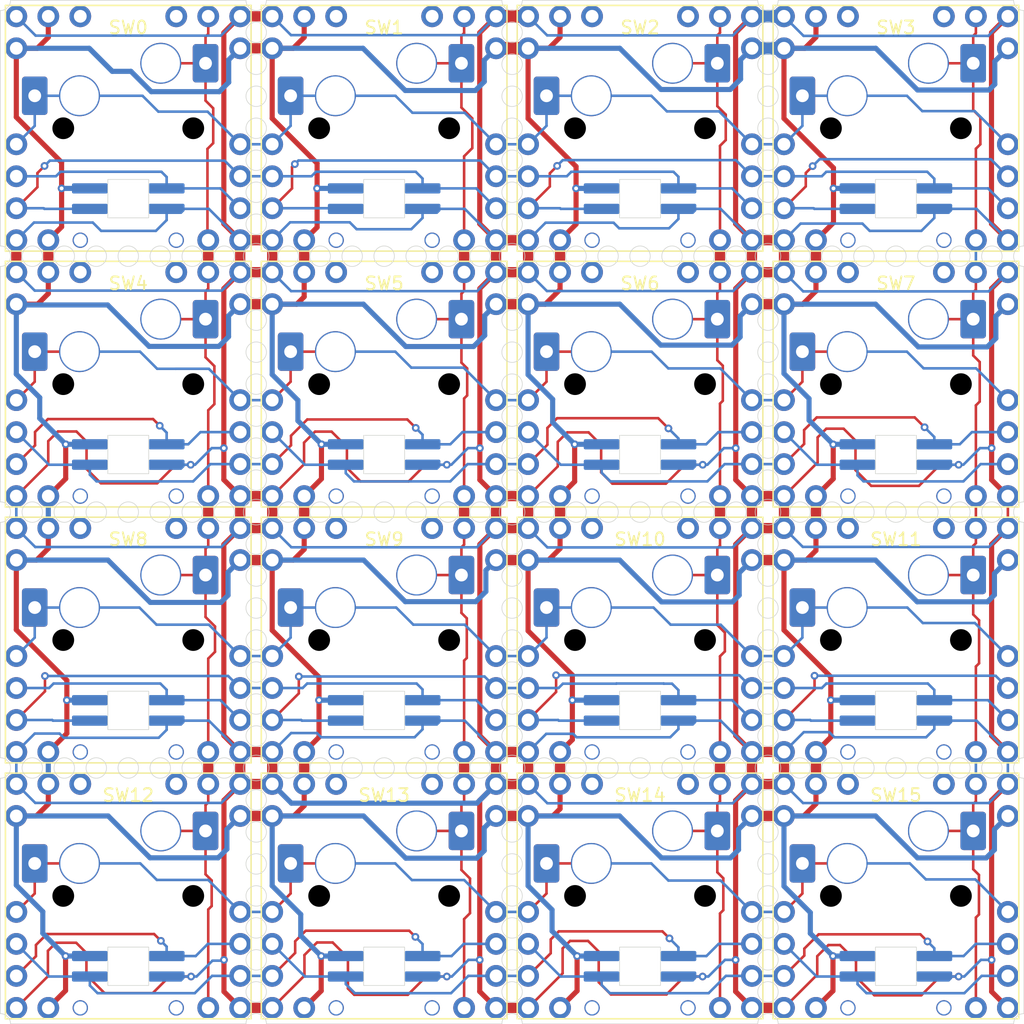
<source format=kicad_pcb>
(kicad_pcb (version 20241229) (generator "pcbnew") (generator_version "9.0")
  (layers (0 "F.Cu" signal) (2 "B.Cu" signal) (13 "F.Paste" user) (15 "B.Paste" user) (5 "F.SilkS" user "F.Silkscreen") (7 "B.SilkS" user "B.Silkscreen") (1 "F.Mask" user) (3 "B.Mask" user) (25 "Edge.Cuts" user))
  (net 0 "")
  (net 1 "Net-(SW0-Pad4)")
  (net 2 "VCC")
  (net 3 "GND")
  (net 4 "Net-(SW1-Pad4)")
  (net 5 "unconnected-(SW3-Pad4)")
  (net 6 "Net-(SW2-Pad4)")
  (net 7 "Net-(SW1-Pad2)")
  (net 8 "Net-(SW4-Pad3)")
  (net 9 "unconnected-(SW4-Pad4)")
  (net 10 "Net-(SW5-Pad3)")
  (net 11 "Net-(SW10-Pad1)")
  (net 12 "Net-(SW6-Pad3)")
  (net 13 "Net-(SW12-Pad1)")
  (net 14 "Net-(SW8-Pad4)")
  (net 15 "Net-(SW10-Pad3)")
  (net 16 "Net-(SW10-Pad4)")
  (net 17 "Net-(SW12-Pad3)")
  (net 18 "Net-(SW13-Pad3)")
  (net 19 "unconnected-(SW7-Pad3)")
  (net 20 "Net-(SW14-Pad3)")
  (net 21 "unconnected-(SW8-Pad3)")
  (net 22 "Net-(SW10-Pad2)")
  (net 23 "unconnected-(SW11-Pad4)")
  (net 24 "unconnected-(SW12-Pad4)")
  (net 25 "unconnected-(SW15-Pad3)")
  (net 26 "unconnected-(SW0-Pad3)")
  (net 27 "Net-(SW0-Pad2)")
  (net 28 "Net-(SW0-Pad1)")
  (net 29 "Net-(SW4-Pad1)")
  (net 30 "Net-(SW11-Pad2)")
  (footprint "mykbd:seat_ltor" (layer "F.Cu") (at 100 100)
    (property "Reference" "SW0")
    (property "Value" "mykbd")
    (fp_rect (start -1.6 4) (end 1.6 7) (stroke (width 0.05)) (fill no) (layer "Edge.Cuts"))
  )
  (footprint "mykbd:seat_ltor" (layer "F.Cu") (at 120 100)
    (property "Reference" "SW1")
    (property "Value" "mykbd")
    (fp_rect (start -1.6 4) (end 1.6 7) (stroke (width 0.05)) (fill no) (layer "Edge.Cuts"))
  )
  (footprint "mykbd:seat_rtol" (layer "F.Cu") (at 140 160)
    (property "Reference" "SW14")
    (property "Value" "mykbd")
    (fp_rect (start -1.6 4) (end 1.6 7) (stroke (width 0.05)) (fill no) (layer "Edge.Cuts"))
  )
  (footprint "mykbd:seat_rtol" (layer "F.Cu") (at 100 160)
    (property "Reference" "SW12")
    (property "Value" "mykbd")
    (fp_rect (start -1.6 4) (end 1.6 7) (stroke (width 0.05)) (fill no) (layer "Edge.Cuts"))
  )
  (footprint "mykbd:seat_rtol" (layer "F.Cu") (at 100 120)
    (property "Reference" "SW4")
    (property "Value" "mykbd")
    (fp_rect (start -1.6 4) (end 1.6 7) (stroke (width 0.05)) (fill no) (layer "Edge.Cuts"))
  )
  (footprint "mykbd:seat_rtol" (layer "F.Cu") (at 120 160)
    (property "Reference" "SW13")
    (property "Value" "mykbd")
    (fp_rect (start -1.6 4) (end 1.6 7) (stroke (width 0.05)) (fill no) (layer "Edge.Cuts"))
  )
  (footprint "mykbd:seat_ltor" (layer "F.Cu") (at 160 100)
    (property "Reference" "SW3")
    (property "Value" "mykbd")
    (fp_rect (start -1.6 4) (end 1.6 7) (stroke (width 0.05)) (fill no) (layer "Edge.Cuts"))
  )
  (footprint "mykbd:seat_rtol" (layer "F.Cu") (at 160 120)
    (property "Reference" "SW7")
    (property "Value" "mykbd")
    (fp_rect (start -1.6 4) (end 1.6 7) (stroke (width 0.05)) (fill no) (layer "Edge.Cuts"))
  )
  (footprint "mykbd:seat_rtol" (layer "F.Cu") (at 160 160)
    (property "Reference" "SW15")
    (property "Value" "mykbd")
    (fp_rect (start -1.6 4) (end 1.6 7) (stroke (width 0.05)) (fill no) (layer "Edge.Cuts"))
  )
  (footprint "mykbd:seat_ltor" (layer "F.Cu") (at 140 100)
    (property "Reference" "SW2")
    (property "Value" "mykbd")
    (fp_rect (start -1.6 4) (end 1.6 7) (stroke (width 0.05)) (fill no) (layer "Edge.Cuts"))
  )
  (footprint "mykbd:seat_ltor" (layer "F.Cu") (at 140 140)
    (property "Reference" "SW10")
    (property "Value" "mykbd")
    (fp_rect (start -1.6 4) (end 1.6 7) (stroke (width 0.05)) (fill no) (layer "Edge.Cuts"))
  )
  (footprint "mykbd:seat_rtol" (layer "F.Cu") (at 140 120)
    (property "Reference" "SW6")
    (property "Value" "mykbd")
    (fp_rect (start -1.6 4) (end 1.6 7) (stroke (width 0.05)) (fill no) (layer "Edge.Cuts"))
  )
  (footprint "mykbd:seat_ltor" (layer "F.Cu") (at 120 140)
    (property "Reference" "SW9")
    (property "Value" "mykbd")
    (fp_rect (start -1.6 4) (end 1.6 7) (stroke (width 0.05)) (fill no) (layer "Edge.Cuts"))
  )
  (footprint "mykbd:seat_ltor" (layer "F.Cu") (at 100 140)
    (property "Reference" "SW8")
    (property "Value" "mykbd")
    (fp_rect (start -1.6 4) (end 1.6 7) (stroke (width 0.05)) (fill no) (layer "Edge.Cuts"))
  )
  (footprint "mykbd:seat_ltor" (layer "F.Cu") (at 160 140)
    (property "Reference" "SW11")
    (property "Value" "mykbd")
    (fp_rect (start -1.6 4) (end 1.6 7) (stroke (width 0.05)) (fill no) (layer "Edge.Cuts"))
  )
  (footprint "mykbd:seat_rtol" (layer "F.Cu") (at 120 120)
    (property "Reference" "SW5")
    (property "Value" "mykbd")
    (fp_rect (start -1.6 4) (end 1.6 7) (stroke (width 0.05)) (fill no) (layer "Edge.Cuts"))
  )
  (gr_circle (center 152.5 150) (end 153.3 150) (stroke (width 0.05)) (fill no) (layer "Edge.Cuts"))
  (gr_circle (center 150 92.5) (end 150.8 92.5) (stroke (width 0.05)) (fill no) (layer "Edge.Cuts"))
  (gr_circle (center 130 147.5) (end 130.8 147.5) (stroke (width 0.05)) (fill no) (layer "Edge.Cuts"))
  (gr_circle (center 130 142.5) (end 130.8 142.5) (stroke (width 0.05)) (fill no) (layer "Edge.Cuts"))
  (gr_line (start 129.2 170) (end 110.8 170) (stroke (width 0.05)) (layer "Edge.Cuts"))
  (gr_circle (center 112.5 150) (end 113.3 150) (stroke (width 0.05)) (fill no) (layer "Edge.Cuts"))
  (gr_arc (start 129.2 170) (mid 130 169.2) (end 130.8 170) (stroke (width 0.05)) (layer "Edge.Cuts"))
  (gr_circle (center 160 130) (end 160.8 130) (stroke (width 0.05)) (fill no) (layer "Edge.Cuts"))
  (gr_circle (center 130 140) (end 130.8 140) (stroke (width 0.05)) (fill no) (layer "Edge.Cuts"))
  (gr_circle (center 100 150) (end 100.8 150) (stroke (width 0.05)) (fill no) (layer "Edge.Cuts"))
  (gr_circle (center 100 130) (end 100.8 130) (stroke (width 0.05)) (fill no) (layer "Edge.Cuts"))
  (gr_circle (center 130 112.5) (end 130.8 112.5) (stroke (width 0.05)) (fill no) (layer "Edge.Cuts"))
  (gr_line (start 149.2 170) (end 130.8 170) (stroke (width 0.05)) (layer "Edge.Cuts"))
  (gr_arc (start 130.8 90) (mid 130 90.8) (end 129.2 90) (stroke (width 0.05)) (layer "Edge.Cuts"))
  (gr_circle (center 130 117.5) (end 130.8 117.5) (stroke (width 0.05)) (fill no) (layer "Edge.Cuts"))
  (gr_line (start 170 110.8) (end 170 129.2) (stroke (width 0.05)) (layer "Edge.Cuts"))
  (gr_circle (center 110 127.5) (end 110.8 127.5) (stroke (width 0.05)) (fill no) (layer "Edge.Cuts"))
  (gr_circle (center 150 165) (end 150.8 165) (stroke (width 0.05)) (fill no) (layer "Edge.Cuts"))
  (gr_circle (center 102.5 130) (end 103.3 130) (stroke (width 0.05)) (fill no) (layer "Edge.Cuts"))
  (gr_circle (center 150 117.5) (end 150.8 117.5) (stroke (width 0.05)) (fill no) (layer "Edge.Cuts"))
  (gr_circle (center 130 167.5) (end 130.8 167.5) (stroke (width 0.05)) (fill no) (layer "Edge.Cuts"))
  (gr_circle (center 147.5 130) (end 148.3 130) (stroke (width 0.05)) (fill no) (layer "Edge.Cuts"))
  (gr_arc (start 110.8 90) (mid 110 90.8) (end 109.2 90) (stroke (width 0.05)) (layer "Edge.Cuts"))
  (gr_circle (center 150 125) (end 150.8 125) (stroke (width 0.05)) (fill no) (layer "Edge.Cuts"))
  (gr_circle (center 167.5 150) (end 168.3 150) (stroke (width 0.05)) (fill no) (layer "Edge.Cuts"))
  (gr_circle (center 110 125) (end 110.8 125) (stroke (width 0.05)) (fill no) (layer "Edge.Cuts"))
  (gr_circle (center 110 165) (end 110.8 165) (stroke (width 0.05)) (fill no) (layer "Edge.Cuts"))
  (gr_circle (center 110 112.5) (end 110.8 112.5) (stroke (width 0.05)) (fill no) (layer "Edge.Cuts"))
  (gr_line (start 109.2 170) (end 90.8 170) (stroke (width 0.05)) (layer "Edge.Cuts"))
  (gr_circle (center 130 135) (end 130.8 135) (stroke (width 0.05)) (fill no) (layer "Edge.Cuts"))
  (gr_circle (center 97.5 110) (end 98.3 110) (stroke (width 0.05)) (fill no) (layer "Edge.Cuts"))
  (gr_circle (center 150 135) (end 150.8 135) (stroke (width 0.05)) (fill no) (layer "Edge.Cuts"))
  (gr_circle (center 150 137.5) (end 150.8 137.5) (stroke (width 0.05)) (fill no) (layer "Edge.Cuts"))
  (gr_circle (center 110 100) (end 110.8 100) (stroke (width 0.05)) (fill no) (layer "Edge.Cuts"))
  (gr_circle (center 130 132.5) (end 130.8 132.5) (stroke (width 0.05)) (fill no) (layer "Edge.Cuts"))
  (gr_circle (center 110 167.5) (end 110.8 167.5) (stroke (width 0.05)) (fill no) (layer "Edge.Cuts"))
  (gr_circle (center 167.5 110) (end 168.3 110) (stroke (width 0.05)) (fill no) (layer "Edge.Cuts"))
  (gr_circle (center 150 112.5) (end 150.8 112.5) (stroke (width 0.05)) (fill no) (layer "Edge.Cuts"))
  (gr_circle (center 107.5 130) (end 108.3 130) (stroke (width 0.05)) (fill no) (layer "Edge.Cuts"))
  (gr_circle (center 137.5 110) (end 138.3 110) (stroke (width 0.05)) (fill no) (layer "Edge.Cuts"))
  (gr_circle (center 145 150) (end 145.8 150) (stroke (width 0.05)) (fill no) (layer "Edge.Cuts"))
  (gr_circle (center 140 130) (end 140.8 130) (stroke (width 0.05)) (fill no) (layer "Edge.Cuts"))
  (gr_circle (center 147.5 110) (end 148.3 110) (stroke (width 0.05)) (fill no) (layer "Edge.Cuts"))
  (gr_circle (center 115 150) (end 115.8 150) (stroke (width 0.05)) (fill no) (layer "Edge.Cuts"))
  (gr_circle (center 117.5 110) (end 118.3 110) (stroke (width 0.05)) (fill no) (layer "Edge.Cuts"))
  (gr_circle (center 110 120) (end 110.8 120) (stroke (width 0.05)) (fill no) (layer "Edge.Cuts"))
  (gr_circle (center 150 157.5) (end 150.8 157.5) (stroke (width 0.05)) (fill no) (layer "Edge.Cuts"))
  (gr_circle (center 130 100) (end 130.8 100) (stroke (width 0.05)) (fill no) (layer "Edge.Cuts"))
  (gr_circle (center 145 130) (end 145.8 130) (stroke (width 0.05)) (fill no) (layer "Edge.Cuts"))
  (gr_circle (center 162.5 150) (end 163.3 150) (stroke (width 0.05)) (fill no) (layer "Edge.Cuts"))
  (gr_line (start 110.8 90) (end 129.2 90) (stroke (width 0.05)) (layer "Edge.Cuts"))
  (gr_circle (center 127.5 110) (end 128.3 110) (stroke (width 0.05)) (fill no) (layer "Edge.Cuts"))
  (gr_circle (center 95 130) (end 95.8 130) (stroke (width 0.05)) (fill no) (layer "Edge.Cuts"))
  (gr_circle (center 130 127.5) (end 130.8 127.5) (stroke (width 0.05)) (fill no) (layer "Edge.Cuts"))
  (gr_circle (center 125 150) (end 125.8 150) (stroke (width 0.05)) (fill no) (layer "Edge.Cuts"))
  (gr_circle (center 150 155) (end 150.8 155) (stroke (width 0.05)) (fill no) (layer "Edge.Cuts"))
  (gr_circle (center 135 110) (end 135.8 110) (stroke (width 0.05)) (fill no) (layer "Edge.Cuts"))
  (gr_circle (center 145 110) (end 145.8 110) (stroke (width 0.05)) (fill no) (layer "Edge.Cuts"))
  (gr_line (start 150.8 90) (end 169.2 90) (stroke (width 0.05)) (layer "Edge.Cuts"))
  (gr_circle (center 130 122.5) (end 130.8 122.5) (stroke (width 0.05)) (fill no) (layer "Edge.Cuts"))
  (gr_circle (center 110 145) (end 110.8 145) (stroke (width 0.05)) (fill no) (layer "Edge.Cuts"))
  (gr_circle (center 127.5 130) (end 128.3 130) (stroke (width 0.05)) (fill no) (layer "Edge.Cuts"))
  (gr_circle (center 140 110) (end 140.8 110) (stroke (width 0.05)) (fill no) (layer "Edge.Cuts"))
  (gr_circle (center 150 160) (end 150.8 160) (stroke (width 0.05)) (fill no) (layer "Edge.Cuts"))
  (gr_circle (center 130 105) (end 130.8 105) (stroke (width 0.05)) (fill no) (layer "Edge.Cuts"))
  (gr_circle (center 130 110) (end 131 110) (stroke (width 0.05)) (fill no) (layer "Edge.Cuts"))
  (gr_circle (center 157.5 110) (end 158.3 110) (stroke (width 0.05)) (fill no) (layer "Edge.Cuts"))
  (gr_circle (center 95 150) (end 95.8 150) (stroke (width 0.05)) (fill no) (layer "Edge.Cuts"))
  (gr_circle (center 110 157.5) (end 110.8 157.5) (stroke (width 0.05)) (fill no) (layer "Edge.Cuts"))
  (gr_line (start 90 130.8) (end 90 149.2) (stroke (width 0.05)) (layer "Edge.Cuts"))
  (gr_circle (center 110 97.5) (end 110.8 97.5) (stroke (width 0.05)) (fill no) (layer "Edge.Cuts"))
  (gr_circle (center 102.5 110) (end 103.3 110) (stroke (width 0.05)) (fill no) (layer "Edge.Cuts"))
  (gr_circle (center 120 150) (end 120.8 150) (stroke (width 0.05)) (fill no) (layer "Edge.Cuts"))
  (gr_line (start 169.2 170) (end 150.8 170) (stroke (width 0.05)) (layer "Edge.Cuts"))
  (gr_circle (center 110 105) (end 110.8 105) (stroke (width 0.05)) (fill no) (layer "Edge.Cuts"))
  (gr_arc (start 109.2 170) (mid 110 169.2) (end 110.8 170) (stroke (width 0.05)) (layer "Edge.Cuts"))
  (gr_circle (center 122.5 110) (end 123.3 110) (stroke (width 0.05)) (fill no) (layer "Edge.Cuts"))
  (gr_circle (center 150 145) (end 150.8 145) (stroke (width 0.05)) (fill no) (layer "Edge.Cuts"))
  (gr_circle (center 155 150) (end 155.8 150) (stroke (width 0.05)) (fill no) (layer "Edge.Cuts"))
  (gr_circle (center 130 137.5) (end 130.8 137.5) (stroke (width 0.05)) (fill no) (layer "Edge.Cuts"))
  (gr_arc (start 170 150.8) (mid 169.2 150) (end 170 149.2) (stroke (width 0.05)) (layer "Edge.Cuts"))
  (gr_circle (center 130 115) (end 130.8 115) (stroke (width 0.05)) (fill no) (layer "Edge.Cuts"))
  (gr_circle (center 150 162.5) (end 150.8 162.5) (stroke (width 0.05)) (fill no) (layer "Edge.Cuts"))
  (gr_circle (center 135 150) (end 135.8 150) (stroke (width 0.05)) (fill no) (layer "Edge.Cuts"))
  (gr_arc (start 90 129.2) (mid 90.8 130) (end 90 130.8) (stroke (width 0.05)) (layer "Edge.Cuts"))
  (gr_circle (center 150 142.5) (end 150.8 142.5) (stroke (width 0.05)) (fill no) (layer "Edge.Cuts"))
  (gr_circle (center 105 150) (end 105.8 150) (stroke (width 0.05)) (fill no) (layer "Edge.Cuts"))
  (gr_circle (center 162.5 110) (end 163.3 110) (stroke (width 0.05)) (fill no) (layer "Edge.Cuts"))
  (gr_circle (center 130 102.5) (end 130.8 102.5) (stroke (width 0.05)) (fill no) (layer "Edge.Cuts"))
  (gr_circle (center 92.5 150) (end 93.3 150) (stroke (width 0.05)) (fill no) (layer "Edge.Cuts"))
  (gr_circle (center 110 137.5) (end 110.8 137.5) (stroke (width 0.05)) (fill no) (layer "Edge.Cuts"))
  (gr_circle (center 150 107.5) (end 150.8 107.5) (stroke (width 0.05)) (fill no) (layer "Edge.Cuts"))
  (gr_circle (center 110 95) (end 110.8 95) (stroke (width 0.05)) (fill no) (layer "Edge.Cuts"))
  (gr_arc (start 90.8 90) (mid 90.565685 90.565685) (end 90 90.8) (stroke (width 0.05)) (layer "Edge.Cuts"))
  (gr_circle (center 150 127.5) (end 150.8 127.5) (stroke (width 0.05)) (fill no) (layer "Edge.Cuts"))
  (gr_circle (center 167.5 130) (end 168.3 130) (stroke (width 0.05)) (fill no) (layer "Edge.Cuts"))
  (gr_circle (center 142.5 150) (end 143.3 150) (stroke (width 0.05)) (fill no) (layer "Edge.Cuts"))
  (gr_circle (center 132.5 150) (end 133.3 150) (stroke (width 0.05)) (fill no) (layer "Edge.Cuts"))
  (gr_circle (center 152.5 130) (end 153.3 130) (stroke (width 0.05)) (fill no) (layer "Edge.Cuts"))
  (gr_circle (center 155 130) (end 155.8 130) (stroke (width 0.05)) (fill no) (layer "Edge.Cuts"))
  (gr_arc (start 169.2 170) (mid 169.434315 169.434315) (end 170 169.2) (stroke (width 0.05)) (layer "Edge.Cuts"))
  (gr_circle (center 135 130) (end 135.8 130) (stroke (width 0.05)) (fill no) (layer "Edge.Cuts"))
  (gr_circle (center 110 147.5) (end 110.8 147.5) (stroke (width 0.05)) (fill no) (layer "Edge.Cuts"))
  (gr_line (start 170 90.8) (end 170 109.2) (stroke (width 0.05)) (layer "Edge.Cuts"))
  (gr_circle (center 110 155) (end 110.8 155) (stroke (width 0.05)) (fill no) (layer "Edge.Cuts"))
  (gr_circle (center 142.5 110) (end 143.3 110) (stroke (width 0.05)) (fill no) (layer "Edge.Cuts"))
  (gr_circle (center 110 107.5) (end 110.8 107.5) (stroke (width 0.05)) (fill no) (layer "Edge.Cuts"))
  (gr_circle (center 110 160) (end 110.8 160) (stroke (width 0.05)) (fill no) (layer "Edge.Cuts"))
  (gr_circle (center 150 140) (end 150.8 140) (stroke (width 0.05)) (fill no) (layer "Edge.Cuts"))
  (gr_circle (center 110 135) (end 110.8 135) (stroke (width 0.05)) (fill no) (layer "Edge.Cuts"))
  (gr_circle (center 120 110) (end 120.8 110) (stroke (width 0.05)) (fill no) (layer "Edge.Cuts"))
  (gr_circle (center 150 130) (end 151 130) (stroke (width 0.05)) (fill no) (layer "Edge.Cuts"))
  (gr_circle (center 160 110) (end 160.8 110) (stroke (width 0.05)) (fill no) (layer "Edge.Cuts"))
  (gr_circle (center 155 110) (end 155.8 110) (stroke (width 0.05)) (fill no) (layer "Edge.Cuts"))
  (gr_circle (center 150 100) (end 150.8 100) (stroke (width 0.05)) (fill no) (layer "Edge.Cuts"))
  (gr_circle (center 110 140) (end 110.8 140) (stroke (width 0.05)) (fill no) (layer "Edge.Cuts"))
  (gr_circle (center 112.5 110) (end 113.3 110) (stroke (width 0.05)) (fill no) (layer "Edge.Cuts"))
  (gr_circle (center 110 152.5) (end 110.8 152.5) (stroke (width 0.05)) (fill no) (layer "Edge.Cuts"))
  (gr_circle (center 150 152.5) (end 150.8 152.5) (stroke (width 0.05)) (fill no) (layer "Edge.Cuts"))
  (gr_arc (start 149.2 170) (mid 150 169.2) (end 150.8 170) (stroke (width 0.05)) (layer "Edge.Cuts"))
  (gr_circle (center 130 92.5) (end 130.8 92.5) (stroke (width 0.05)) (fill no) (layer "Edge.Cuts"))
  (gr_circle (center 130 145) (end 130.8 145) (stroke (width 0.05)) (fill no) (layer "Edge.Cuts"))
  (gr_circle (center 105 110) (end 105.8 110) (stroke (width 0.05)) (fill no) (layer "Edge.Cuts"))
  (gr_circle (center 165 110) (end 165.8 110) (stroke (width 0.05)) (fill no) (layer "Edge.Cuts"))
  (gr_arc (start 170 110.8) (mid 169.2 110) (end 170 109.2) (stroke (width 0.05)) (layer "Edge.Cuts"))
  (gr_circle (center 150 167.5) (end 150.8 167.5) (stroke (width 0.05)) (fill no) (layer "Edge.Cuts"))
  (gr_circle (center 165 130) (end 165.8 130) (stroke (width 0.05)) (fill no) (layer "Edge.Cuts"))
  (gr_circle (center 150 120) (end 150.8 120) (stroke (width 0.05)) (fill no) (layer "Edge.Cuts"))
  (gr_circle (center 150 132.5) (end 150.8 132.5) (stroke (width 0.05)) (fill no) (layer "Edge.Cuts"))
  (gr_circle (center 127.5 150) (end 128.3 150) (stroke (width 0.05)) (fill no) (layer "Edge.Cuts"))
  (gr_circle (center 107.5 110) (end 108.3 110) (stroke (width 0.05)) (fill no) (layer "Edge.Cuts"))
  (gr_line (start 90 110.8) (end 90 129.2) (stroke (width 0.05)) (layer "Edge.Cuts"))
  (gr_circle (center 102.5 150) (end 103.3 150) (stroke (width 0.05)) (fill no) (layer "Edge.Cuts"))
  (gr_circle (center 125 130) (end 125.8 130) (stroke (width 0.05)) (fill no) (layer "Edge.Cuts"))
  (gr_arc (start 150.8 90) (mid 150 90.8) (end 149.2 90) (stroke (width 0.05)) (layer "Edge.Cuts"))
  (gr_circle (center 122.5 130) (end 123.3 130) (stroke (width 0.05)) (fill no) (layer "Edge.Cuts"))
  (gr_circle (center 110 117.5) (end 110.8 117.5) (stroke (width 0.05)) (fill no) (layer "Edge.Cuts"))
  (gr_circle (center 162.5 130) (end 163.3 130) (stroke (width 0.05)) (fill no) (layer "Edge.Cuts"))
  (gr_circle (center 115 130) (end 115.8 130) (stroke (width 0.05)) (fill no) (layer "Edge.Cuts"))
  (gr_line (start 90 109.2) (end 90 90.8) (stroke (width 0.05)) (layer "Edge.Cuts"))
  (gr_line (start 90.8 90) (end 109.2 90) (stroke (width 0.05)) (layer "Edge.Cuts"))
  (gr_circle (center 150 105) (end 150.8 105) (stroke (width 0.05)) (fill no) (layer "Edge.Cuts"))
  (gr_circle (center 130 157.5) (end 130.8 157.5) (stroke (width 0.05)) (fill no) (layer "Edge.Cuts"))
  (gr_circle (center 115 110) (end 115.8 110) (stroke (width 0.05)) (fill no) (layer "Edge.Cuts"))
  (gr_circle (center 110 142.5) (end 110.8 142.5) (stroke (width 0.05)) (fill no) (layer "Edge.Cuts"))
  (gr_circle (center 142.5 130) (end 143.3 130) (stroke (width 0.05)) (fill no) (layer "Edge.Cuts"))
  (gr_arc (start 90 149.2) (mid 90.8 150) (end 90 150.8) (stroke (width 0.05)) (layer "Edge.Cuts"))
  (gr_circle (center 132.5 110) (end 133.3 110) (stroke (width 0.05)) (fill no) (layer "Edge.Cuts"))
  (gr_circle (center 125 110) (end 125.8 110) (stroke (width 0.05)) (fill no) (layer "Edge.Cuts"))
  (gr_circle (center 107.5 150) (end 108.3 150) (stroke (width 0.05)) (fill no) (layer "Edge.Cuts"))
  (gr_line (start 170 130.8) (end 170 149.2) (stroke (width 0.05)) (layer "Edge.Cuts"))
  (gr_circle (center 130 160) (end 130.8 160) (stroke (width 0.05)) (fill no) (layer "Edge.Cuts"))
  (gr_circle (center 122.5 150) (end 123.3 150) (stroke (width 0.05)) (fill no) (layer "Edge.Cuts"))
  (gr_circle (center 130 150) (end 131 150) (stroke (width 0.05)) (fill no) (layer "Edge.Cuts"))
  (gr_circle (center 92.5 110) (end 93.3 110) (stroke (width 0.05)) (fill no) (layer "Edge.Cuts"))
  (gr_arc (start 90 109.2) (mid 90.8 110) (end 90 110.8) (stroke (width 0.05)) (layer "Edge.Cuts"))
  (gr_circle (center 130 120) (end 130.8 120) (stroke (width 0.05)) (fill no) (layer "Edge.Cuts"))
  (gr_circle (center 130 95) (end 130.8 95) (stroke (width 0.05)) (fill no) (layer "Edge.Cuts"))
  (gr_circle (center 120 130) (end 120.8 130) (stroke (width 0.05)) (fill no) (layer "Edge.Cuts"))
  (gr_circle (center 132.5 130) (end 133.3 130) (stroke (width 0.05)) (fill no) (layer "Edge.Cuts"))
  (gr_circle (center 117.5 130) (end 118.3 130) (stroke (width 0.05)) (fill no) (layer "Edge.Cuts"))
  (gr_circle (center 112.5 130) (end 113.3 130) (stroke (width 0.05)) (fill no) (layer "Edge.Cuts"))
  (gr_circle (center 97.5 130) (end 98.3 130) (stroke (width 0.05)) (fill no) (layer "Edge.Cuts"))
  (gr_circle (center 110 132.5) (end 110.8 132.5) (stroke (width 0.05)) (fill no) (layer "Edge.Cuts"))
  (gr_circle (center 150 110) (end 151 110) (stroke (width 0.05)) (fill no) (layer "Edge.Cuts"))
  (gr_circle (center 150 150) (end 151 150) (stroke (width 0.05)) (fill no) (layer "Edge.Cuts"))
  (gr_circle (center 150 122.5) (end 150.8 122.5) (stroke (width 0.05)) (fill no) (layer "Edge.Cuts"))
  (gr_circle (center 137.5 150) (end 138.3 150) (stroke (width 0.05)) (fill no) (layer "Edge.Cuts"))
  (gr_circle (center 110 130) (end 111 130) (stroke (width 0.05)) (fill no) (layer "Edge.Cuts"))
  (gr_circle (center 110 162.5) (end 110.8 162.5) (stroke (width 0.05)) (fill no) (layer "Edge.Cuts"))
  (gr_circle (center 100 110) (end 100.8 110) (stroke (width 0.05)) (fill no) (layer "Edge.Cuts"))
  (gr_circle (center 147.5 150) (end 148.3 150) (stroke (width 0.05)) (fill no) (layer "Edge.Cuts"))
  (gr_circle (center 110 92.5) (end 110.8 92.5) (stroke (width 0.05)) (fill no) (layer "Edge.Cuts"))
  (gr_circle (center 92.5 130) (end 93.3 130) (stroke (width 0.05)) (fill no) (layer "Edge.Cuts"))
  (gr_arc (start 90 169.2) (mid 90.565685 169.434315) (end 90.8 170) (stroke (width 0.05)) (layer "Edge.Cuts"))
  (gr_arc (start 170 90.8) (mid 169.434315 90.565685) (end 169.2 90) (stroke (width 0.05)) (layer "Edge.Cuts"))
  (gr_circle (center 157.5 130) (end 158.3 130) (stroke (width 0.05)) (fill no) (layer "Edge.Cuts"))
  (gr_circle (center 152.5 110) (end 153.3 110) (stroke (width 0.05)) (fill no) (layer "Edge.Cuts"))
  (gr_circle (center 110 115) (end 110.8 115) (stroke (width 0.05)) (fill no) (layer "Edge.Cuts"))
  (gr_circle (center 110 150) (end 111 150) (stroke (width 0.05)) (fill no) (layer "Edge.Cuts"))
  (gr_line (start 170 150.8) (end 170 169.2) (stroke (width 0.05)) (layer "Edge.Cuts"))
  (gr_line (start 90 150.8) (end 90 169.2) (stroke (width 0.05)) (layer "Edge.Cuts"))
  (gr_circle (center 150 97.5) (end 150.8 97.5) (stroke (width 0.05)) (fill no) (layer "Edge.Cuts"))
  (gr_circle (center 137.5 130) (end 138.3 130) (stroke (width 0.05)) (fill no) (layer "Edge.Cuts"))
  (gr_circle (center 130 165) (end 130.8 165) (stroke (width 0.05)) (fill no) (layer "Edge.Cuts"))
  (gr_circle (center 150 102.5) (end 150.8 102.5) (stroke (width 0.05)) (fill no) (layer "Edge.Cuts"))
  (gr_circle (center 130 152.5) (end 130.8 152.5) (stroke (width 0.05)) (fill no) (layer "Edge.Cuts"))
  (gr_arc (start 170 130.8) (mid 169.2 130) (end 170 129.2) (stroke (width 0.05)) (layer "Edge.Cuts"))
  (gr_circle (center 130 130) (end 131 130) (stroke (width 0.05)) (fill no) (layer "Edge.Cuts"))
  (gr_circle (center 150 115) (end 150.8 115) (stroke (width 0.05)) (fill no) (layer "Edge.Cuts"))
  (gr_circle (center 150 95) (end 150.8 95) (stroke (width 0.05)) (fill no) (layer "Edge.Cuts"))
  (gr_circle (center 160 150) (end 160.8 150) (stroke (width 0.05)) (fill no) (layer "Edge.Cuts"))
  (gr_circle (center 150 147.5) (end 150.8 147.5) (stroke (width 0.05)) (fill no) (layer "Edge.Cuts"))
  (gr_circle (center 165 150) (end 165.8 150) (stroke (width 0.05)) (fill no) (layer "Edge.Cuts"))
  (gr_circle (center 130 97.5) (end 130.8 97.5) (stroke (width 0.05)) (fill no) (layer "Edge.Cuts"))
  (gr_circle (center 105 130) (end 105.8 130) (stroke (width 0.05)) (fill no) (layer "Edge.Cuts"))
  (gr_circle (center 117.5 150) (end 118.3 150) (stroke (width 0.05)) (fill no) (layer "Edge.Cuts"))
  (gr_circle (center 110 110) (end 111 110) (stroke (width 0.05)) (fill no) (layer "Edge.Cuts"))
  (gr_circle (center 130 125) (end 130.8 125) (stroke (width 0.05)) (fill no) (layer "Edge.Cuts"))
  (gr_line (start 130.8 90) (end 149.2 90) (stroke (width 0.05)) (layer "Edge.Cuts"))
  (gr_circle (center 97.5 150) (end 98.3 150) (stroke (width 0.05)) (fill no) (layer "Edge.Cuts"))
  (gr_circle (center 110 122.5) (end 110.8 122.5) (stroke (width 0.05)) (fill no) (layer "Edge.Cuts"))
  (gr_circle (center 130 162.5) (end 130.8 162.5) (stroke (width 0.05)) (fill no) (layer "Edge.Cuts"))
  (gr_circle (center 130 107.5) (end 130.8 107.5) (stroke (width 0.05)) (fill no) (layer "Edge.Cuts"))
  (gr_circle (center 95 110) (end 95.8 110) (stroke (width 0.05)) (fill no) (layer "Edge.Cuts"))
  (gr_circle (center 157.5 150) (end 158.3 150) (stroke (width 0.05)) (fill no) (layer "Edge.Cuts"))
  (gr_circle (center 140 150) (end 140.8 150) (stroke (width 0.05)) (fill no) (layer "Edge.Cuts"))
  (gr_circle (center 110 102.5) (end 110.8 102.5) (stroke (width 0.05)) (fill no) (layer "Edge.Cuts"))
  (gr_circle (center 130 155) (end 130.8 155) (stroke (width 0.05)) (fill no) (layer "Edge.Cuts"))
  (segment (start 92.9 103.5) (end 92.9 104.6) (width 0.2) (layer "F.Cu") (net 1))
  (segment (start 92.9 104.6) (end 91.25 106.25) (width 0.2) (layer "F.Cu") (net 1))
  (segment (start 93.455 102.945) (end 92.9 103.5) (width 0.2) (layer "F.Cu") (net 1))
  (via (at 93.455 102.945) (size 0.6) (drill 0.3) (layers "F.Cu" "B.Cu") (net 1))
  (segment (start 93.455 102.945) (end 93.87 102.53) (width 0.2) (layer "B.Cu") (net 1))
  (segment (start 107.53 102.53) (end 108.75 103.75) (width 0.2) (layer "B.Cu") (net 1))
  (segment (start 127.2 104.7) (end 128.75 106.25) (width 0.2) (layer "B.Cu") (net 1))
  (segment (start 114.671 103.399) (end 122.469 103.399) (width 0.2) (layer "B.Cu") (net 1))
  (segment (start 93.39 106.25) (end 91.25 106.25) (width 0.2) (layer "B.Cu") (net 1))
  (segment (start 97 106.3) (end 97 106.449942) (width 0.2) (layer "B.Cu") (net 1))
  (segment (start 123 104.7) (end 127.2 104.7) (width 0.2) (layer "B.Cu") (net 1))
  (segment (start 114.32 103.75) (end 114.671 103.399) (width 0.2) (layer "B.Cu") (net 1))
  (segment (start 111.25 103.75) (end 114.32 103.75) (width 0.2) (layer "B.Cu") (net 1))
  (segment (start 123 103.93) (end 123 104.7) (width 0.2) (layer "B.Cu") (net 1))
  (segment (start 108.75 103.75) (end 111.25 103.75) (width 0.2) (layer "B.Cu") (net 1))
  (segment (start 122.469 103.399) (end 123 103.93) (width 0.2) (layer "B.Cu") (net 1))
  (segment (start 97 106.3) (end 93.44 106.3) (width 0.2) (layer "B.Cu") (net 1))
  (segment (start 93.44 106.3) (end 93.39 106.25) (width 0.2) (layer "B.Cu") (net 1))
  (segment (start 93.87 102.53) (end 107.53 102.53) (width 0.2) (layer "B.Cu") (net 1))
  (segment (start 128.75 93.75) (end 131.25 93.75) (width 1) (layer "F.Cu") (net 2))
  (segment (start 134.71 142.74) (end 131.25 139.28) (width 0.4) (layer "F.Cu") (net 2))
  (segment (start 91.25 153.75) (end 92.82 153.75) (width 0.4) (layer "F.Cu") (net 2))
  (segment (start 93.75 92.89) (end 93.75 91.25) (width 0.4) (layer "F.Cu") (net 2))
  (segment (start 148.75 113.75) (end 151.25 113.75) (width 0.8) (layer "F.Cu") (net 2))
  (segment (start 94.79 107.71) (end 93.75 108.75) (width 0.4) (layer "F.Cu") (net 2))
  (segment (start 91.25 139.2) (end 91.25 133.75) (width 0.4) (layer "F.Cu") (net 2))
  (segment (start 151.25 113.75) (end 152.72 113.75) (width 0.4) (layer "F.Cu") (net 2))
  (segment (start 154.91 147.59) (end 154.91 142.88) (width 0.4) (layer "F.Cu") (net 2))
  (segment (start 135.08 164.7) (end 135.08 167.42) (width 0.4) (layer "F.Cu") (net 2))
  (segment (start 151.25 93.75) (end 152.88 93.75) (width 0.4) (layer "F.Cu") (net 2))
  (segment (start 113.75 152.95) (end 113.75 151.25) (width 0.4) (layer "F.Cu") (net 2))
  (segment (start 113.75 148.75) (end 114.91 147.59) (width 0.4) (layer "F.Cu") (net 2))
  (segment (start 108.75 133.75) (end 111.25 133.75) (width 0.8) (layer "F.Cu") (net 2))
  (segment (start 91.25 113.75) (end 92.92 113.75) (width 0.4) (layer "F.Cu") (net 2))
  (segment (start 155.08 167.42) (end 153.75 168.75) (width 0.4) (layer "F.Cu") (net 2))
  (segment (start 115.08 164.7) (end 115.08 167.42) (width 0.4) (layer "F.Cu") (net 2))
  (segment (start 132.88 93.75) (end 133.75 92.88) (width 0.4) (layer "F.Cu") (net 2))
  (segment (start 94.79 102.67) (end 91.38 99.26) (width 0.4) (layer "F.Cu") (net 2))
  (segment (start 153.75 148.75) (end 153.75 151.25) (width 0.8) (layer "F.Cu") (net 2))
  (segment (start 152.88 93.75) (end 153.75 92.88) (width 0.4) (layer "F.Cu") (net 2))
  (segment (start 113.17 113.75) (end 113.75 113.17) (width 0.4) (layer "F.Cu") (net 2))
  (segment (start 113.75 132.91) (end 113.75 131.25) (width 0.4) (layer "F.Cu") (net 2))
  (segment (start 112.95 153.75) (end 113.75 152.95) (width 0.4) (layer "F.Cu") (net 2))
  (segment (start 152.8 153.75) (end 153.75 152.8) (width 0.4) (layer "F.Cu") (net 2))
  (segment (start 133.19 153.75) (end 133.75 153.19) (width 0.4) (layer "F.Cu") (net 2))
  (segment (start 111.25 139.24) (end 111.25 133.75) (width 0.4) (layer "F.Cu") (net 2))
  (segment (start 112.89 93.75) (end 113.75 92.89) (width 0.4) (layer "F.Cu") (net 2))
  (segment (start 95.2 143.15) (end 91.25 139.2) (width 0.4) (layer "F.Cu") (net 2))
  (segment (start 155.12 107.38) (end 155.12 103.1) (width 0.4) (layer "F.Cu") (net 2))
  (segment (start 111.25 133.75) (end 112.91 133.75) (width 0.4) (layer "F.Cu") (net 2))
  (segment (start 152.72 113.75) (end 153.75 112.72) (width 0.4) (layer "F.Cu") (net 2))
  (segment (start 132.85 133.75) (end 133.75 132.85) (width 0.4) (layer "F.Cu") (net 2))
  (segment (start 91.25 133.75) (end 92.84 133.75) (width 0.4) (layer "F.Cu") (net 2))
  (segment (start 113.75 92.89) (end 113.75 91.25) (width 0.4) (layer "F.Cu") (net 2))
  (segment (start 91.25 99.13) (end 91.38 99.26) (width 0.4) (layer "F.Cu") (net 2))
  (segment (start 113.75 113.17) (end 113.75 111.25) (width 0.4) (layer "F.Cu") (net 2))
  (segment (start 151.25 133.75) (end 153 133.75) (width 0.4) (layer "F.Cu") (net 2))
  (segment (start 114.76 107.74) (end 114.76 102.74) (width 0.4) (layer "F.Cu") (net 2))
  (segment (start 92.82 153.75) (end 93.75 152.82) (width 0.4) (layer "F.Cu") (net 2))
  (segment (start 115.08 167.42) (end 113.75 168.75) (width 0.4) (layer "F.Cu") (net 2))
  (segment (start 93.75 112.92) (end 93.75 111.25) (width 0.4) (layer "F.Cu") (net 2))
  (segment (start 115.1 127.4) (end 115.1 124.7) (width 0.4) (layer "F.Cu") (net 2))
  (segment (start 128.75 153.75) (end 131.25 153.75) (width 0.8) (layer "F.Cu") (net 2))
  (segment (start 113.75 108.75) (end 114.76 107.74) (width 0.4) (layer "F.Cu") (net 2))
  (segment (start 133.75 128.75) (end 133.75 131.25) (width 0.8) (layer "F.Cu") (net 2))
  (segment (start 133.75 153.19) (end 133.75 151.25) (width 0.4) (layer "F.Cu") (net 2))
  (segment (start 113.75 128.75) (end 113.75 131.25) (width 0.8) (layer "F.Cu") (net 2))
  (segment (start 113.75 148.75) (end 113.75 151.25) (width 0.8) (layer "F.Cu") (net 2))
  (segment (start 128.75 113.75) (end 131.25 113.75) (width 0.8) (layer "F.Cu") (net 2))
  (segment (start 153.75 152.8) (end 153.75 151.25) (width 0.4) (layer "F.Cu") (net 2))
  (segment (start 111.25 99.23) (end 111.25 93.75) (width 0.4) (layer "F.Cu") (net 2))
  (segment (start 93.75 148.75) (end 95.2 147.3) (width 0.4) (layer "F.Cu") (net 2))
  (segment (start 95.1 167.4) (end 93.75 168.75) (width 0.4) (layer "F.Cu") (net 2))
  (segment (start 134.89 127.61) (end 133.75 128.75) (width 0.4) (layer "F.Cu") (net 2))
  (segment (start 114.91 147.59) (end 114.91 142.9) (width 0.4) (layer "F.Cu") (net 2))
  (segment (start 114.91 142.9) (end 111.25 139.24) (width 0.4) (layer "F.Cu") (net 2))
  (segment (start 131.25 139.28) (end 131.25 133.75) (width 0.4) (layer "F.Cu") (net 2))
  (segment (start 131.25 153.75) (end 133.19 153.75) (width 0.4) (layer "F.Cu") (net 2))
  (segment (start 153 133.75) (end 153.75 133) (width 0.4) (layer "F.Cu") (net 2))
  (segment (start 135 102.99) (end 131.25 99.24) (width 0.4) (layer "F.Cu") (net 2))
  (segment (start 108.75 93.75) (end 111.25 93.75) (width 0.8) (layer "F.Cu") (net 2))
  (segment (start 95.2 147.3) (end 95.2 143.15) (width 0.4) (layer "F.Cu") (net 2))
  (segment (start 151.25 139.22) (end 151.25 133.75) (width 0.4) (layer "F.Cu") (net 2))
  (segment (start 153.75 112.72) (end 153.75 111.25) (width 0.4) (layer "F.Cu") (net 2))
  (segment (start 153.75 133) (end 153.75 131.25) (width 0.4) (layer "F.Cu") (net 2))
  (segment (start 132.6 113.75) (end 133.75 112.6) (width 0.4) (layer "F.Cu") (net 2))
  (segment (start 133.75 132.85) (end 133.75 131.25) (width 0.4) (layer "F.Cu") (net 2))
  (segment (start 93.75 152.82) (end 93.75 151.25) (width 0.4) (layer "F.Cu") (net 2))
  (segment (start 112.91 133.75) (end 113.75 132.91) (width 0.4) (layer "F.Cu") (net 2))
  (segment (start 91.25 93.75) (end 92.89 93.75) (width 0.4) (layer "F.Cu") (net 2))
  (segment (start 131.25 113.75) (end 132.6 113.75) (width 0.4) (layer "F.Cu") (net 2))
  (segment (start 131.25 99.24) (end 131.25 93.75) (width 0.4) (layer "F.Cu") (net 2))
  (segment (start 91.25 93.75) (end 91.25 99.13) (width 0.4) (layer "F.Cu") (net 2))
  (segment (start 153.75 108.75) (end 155.12 107.38) (width 0.4) (layer "F.Cu") (net 2))
  (segment (start 94.79 104.7) (end 94.79 107.71) (width 0.4) (layer "F.Cu") (net 2))
  (segment (start 155.08 164.7) (end 155.08 167.42) (width 0.4) (layer "F.Cu") (net 2))
  (segment (start 128.75 133.75) (end 131.25 133.75) (width 0.8) (layer "F.Cu") (net 2))
  (segment (start 153.75 92.88) (end 153.75 91.25) (width 0.4) (layer "F.Cu") (net 2))
  (segment (start 131.25 93.75) (end 132.88 93.75) (width 0.4) (layer "F.Cu") (net 2))
  (segment (start 133.75 148.75) (end 133.75 151.25) (width 0.8) (layer "F.Cu") (net 2))
  (segment (start 93.75 108.75) (end 93.75 111.25) (width 0.8) (layer "F.Cu") (net 2))
  (segment (start 151.25 153.75) (end 152.8 153.75) (width 0.4) (layer "F.Cu") (net 2))
  (segment (start 133.75 112.6) (end 133.75 111.25) (width 0.4) (layer "F.Cu") (net 2))
  (segment (start 135 107.5) (end 135 102.99) (width 0.4) (layer "F.Cu") (net 2))
  (segment (start 93.75 132.84) (end 93.75 131.25) (width 0.4) (layer "F.Cu") (net 2))
  (segment (start 95.11 127.39) (end 93.75 128.75) (width 0.4) (layer "F.Cu") (net 2))
  (segment (start 113.75 128.75) (end 115.1 127.4) (width 0.4) (layer "F.Cu") (net 2))
  (segment (start 153.75 108.75) (end 153.75 111.25) (width 0.8) (layer "F.Cu") (net 2))
  (segment (start 135.08 167.42) (end 133.75 168.75) (width 0.4) (layer "F.Cu") (net 2))
  (segment (start 154.91 142.88) (end 151.25 139.22) (width 0.4) (layer "F.Cu") (net 2))
  (segment (start 155.12 103.1) (end 151.25 99.23) (width 0.4) (layer "F.Cu") (net 2))
  (segment (start 133.75 148.75) (end 134.71 147.79) (width 0.4) (layer "F.Cu") (net 2))
  (segment (start 153.75 128.75) (end 153.75 131.25) (width 0.8) (layer "F.Cu") (net 2))
  (segment (start 114.76 102.74) (end 111.25 99.23) (width 0.4) (layer "F.Cu") (net 2))
  (segment (start 148.75 153.75) (end 151.25 153.75) (width 0.8) (layer "F.Cu") (net 2))
  (segment (start 131.25 133.75) (end 132.85 133.75) (width 0.4) (layer "F.Cu") (net 2))
  (segment (start 148.75 133.75) (end 151.25 133.75) (width 0.8) (layer "F.Cu") (net 2))
  (segment (start 92.84 133.75) (end 93.75 132.84) (width 0.4) (layer "F.Cu") (net 2))
  (segment (start 113.75 108.75) (end 113.75 111.25) (width 0.8) (layer "F.Cu") (net 2))
  (segment (start 95.1 164.7) (end 95.1 167.4) (width 0.4) (layer "F.Cu") (net 2))
  (segment (start 133.75 92.88) (end 133.75 91.25) (width 0.4) (layer "F.Cu") (net 2))
  (segment (start 134.89 124.7) (end 134.89 127.61) (width 0.4) (layer "F.Cu") (net 2))
  (segment (start 111.25 153.75) (end 112.95 153.75) (width 0.4) (layer "F.Cu") (net 2))
  (segment (start 155.1 124.71) (end 155.1 127.4) (width 0.4) (layer "F.Cu") (net 2))
  (segment (start 94.79 104.7) (end 94.79 102.67) (width 0.4) (layer "F.Cu") (net 2))
  (segment (start 108.75 153.75) (end 111.25 153.75) (width 0.8) (layer "F.Cu") (net 2))
  (segment (start 95.11 124.7) (end 95.11 127.39) (width 0.4) (layer "F.Cu") (net 2))
  (segment (start 108.75 113.75) (end 111.25 113.75) (width 0.8) (layer "F.Cu") (net 2))
  (segment (start 153.75 148.75) (end 154.91 147.59) (width 0.4) (layer "F.Cu") (net 2))
  (segment (start 108.73 93.77) (end 108.75 93.75) (width 0.4) (layer "F.Cu") (net 2))
  (segment (start 92.92 113.75) (end 93.75 112.92) (width 0.4) (layer "F.Cu") (net 2))
  (segment (start 134.71 147.79) (end 134.71 142.74) (width 0.4) (layer "F.Cu") (net 2))
  (segment (start 133.75 108.75) (end 133.75 111.25) (width 0.8) (layer "F.Cu") (net 2))
  (segment (start 155.1 127.4) (end 153.75 128.75) (width 0.4) (layer "F.Cu") (net 2))
  (segment (start 111.25 93.75) (end 112.89 93.75) (width 0.4) (layer "F.Cu") (net 2))
  (segment (start 133.75 108.75) (end 135 107.5) (width 0.4) (layer "F.Cu") (net 2))
  (segment (start 92.89 93.75) (end 93.75 92.89) (width 0.4) (layer "F.Cu") (net 2))
  (segment (start 151.25 99.23) (end 151.25 93.75) (width 0.4) (layer "F.Cu") (net 2))
  (segment (start 111.25 113.75) (end 113.17 113.75) (width 0.4) (layer "F.Cu") (net 2))
  (via (at 135 104.7) (size 0.6) (drill 0.3) (layers "F.Cu" "B.Cu") (net 2))
  (via (at 95.2 144.7) (size 0.6) (drill 0.3) (layers "F.Cu" "B.Cu") (net 2))
  (via (at 115.1 124.7) (size 0.6) (drill 0.3) (layers "F.Cu" "B.Cu") (net 2))
  (via (at 94.79 104.7) (size 0.6) (drill 0.3) (layers "F.Cu" "B.Cu") (net 2))
  (via (at 114.76 104.7) (size 0.6) (drill 0.3) (layers "F.Cu" "B.Cu") (net 2))
  (via (at 155.12 104.7) (size 0.6) (drill 0.3) (layers "F.Cu" "B.Cu") (net 2))
  (via (at 155.08 164.7) (size 0.6) (drill 0.3) (layers "F.Cu" "B.Cu") (net 2))
  (via (at 95.11 124.7) (size 0.6) (drill 0.3) (layers "F.Cu" "B.Cu") (net 2))
  (via (at 154.91 144.7) (size 0.6) (drill 0.3) (layers "F.Cu" "B.Cu") (net 2))
  (via (at 114.91 144.7) (size 0.6) (drill 0.3) (layers "F.Cu" "B.Cu") (net 2))
  (via (at 115.08 164.7) (size 0.6) (drill 0.3) (layers "F.Cu" "B.Cu") (net 2))
  (via (at 134.89 124.7) (size 0.6) (drill 0.3) (layers "F.Cu" "B.Cu") (net 2))
  (via (at 155.1 124.71) (size 0.6) (drill 0.3) (layers "F.Cu" "B.Cu") (net 2))
  (via (at 134.71 144.7) (size 0.6) (drill 0.3) (layers "F.Cu" "B.Cu") (net 2))
  (via (at 135.08 164.7) (size 0.6) (drill 0.3) (layers "F.Cu" "B.Cu") (net 2))
  (via (at 95.1 164.7) (size 0.6) (drill 0.3) (layers "F.Cu" "B.Cu") (net 2))
  (segment (start 127.82 156.462399) (end 127.82 154.68) (width 0.4) (layer "B.Cu") (net 2))
  (segment (start 167.81 116.42) (end 167.14 117.09) (width 0.4) (layer "B.Cu") (net 2))
  (segment (start 153.31 162.93) (end 153.31 161.3) (width 0.4) (layer "B.Cu") (net 2))
  (segment (start 118.35 93.75) (end 111.25 93.75) (width 0.4) (layer "B.Cu") (net 2))
  (segment (start 128.75 113.75) (end 127.86 114.64) (width 0.4) (layer "B.Cu") (net 2))
  (segment (start 97 104.7) (end 94.79 104.7) (width 0.4) (layer "B.Cu") (net 2))
  (segment (start 91.25 119.22) (end 91.25 113.75) (width 0.4) (layer "B.Cu") (net 2))
  (segment (start 147.06 157.03) (end 147.7 156.39) (width 0.4) (layer "B.Cu") (net 2))
  (segment (start 161.75 117.09) (end 158.41 113.75) (width 0.4) (layer "B.Cu") (net 2))
  (segment (start 117 144.7) (end 114.91 144.7) (width 0.4) (layer "B.Cu") (net 2))
  (segment (start 111.25 153.75) (end 118.39 153.75) (width 0.4) (layer "B.Cu") (net 2))
  (segment (start 138.42 93.75) (end 141.64 96.97) (width 0.4) (layer "B.Cu") (net 2))
  (segment (start 167.7 134.8) (end 167.7 136.47) (width 0.4) (layer "B.Cu") (net 2))
  (segment (start 121.69 117.06) (end 118.38 113.75) (width 0.4) (layer "B.Cu") (net 2))
  (segment (start 91.25 159.16) (end 93.32 161.23) (width 0.4) (layer "B.Cu") (net 2))
  (segment (start 151.25 93.75) (end 158.43 93.75) (width 0.4) (layer "B.Cu") (net 2))
  (segment (start 167.7 136.47) (end 167.16 137.01) (width 0.4) (layer "B.Cu") (net 2))
  (segment (start 167.7 156.39) (end 167.7 154.8) (width 0.4) (layer "B.Cu") (net 2))
  (segment (start 93.08 121.05) (end 91.25 119.22) (width 0.4) (layer "B.Cu") (net 2))
  (segment (start 167.72808 96.56192) (end 167.72808 94.77192) (width 0.4) (layer "B.Cu") (net 2))
  (segment (start 137 164.7) (end 135.08 164.7) (width 0.4) (layer "B.Cu") (net 2))
  (segment (start 93.75 131.25) (end 93.75 128.75) (width 0.4) (layer "B.Cu") (net 2))
  (segment (start 131.25 113.75) (end 131.25 119.26) (width 0.4) (layer "B.Cu") (net 2))
  (segment (start 147.7 154.8) (end 148.75 153.75) (width 0.4) (layer "B.Cu") (net 2))
  (segment (start 133.125 161.081951) (end 133.125 162.745) (width 0.4) (layer "B.Cu") (net 2))
  (segment (start 147.7 156.39) (end 147.7 154.8) (width 0.4) (layer "B.Cu") (net 2))
  (segment (start 161.66 137.01) (end 158.4 133.75) (width 0.4) (layer "B.Cu") (net 2))
  (segment (start 98.41 133.75) (end 91.25 133.75) (width 0.4) (layer "B.Cu") (net 2))
  (segment (start 147.825 114.675) (end 147.825 116.315) (width 0.4) (layer "B.Cu") (net 2))
  (segment (start 111.25 113.75) (end 111.25 119.25) (width 0.4) (layer "B.Cu") (net 2))
  (segment (start 117 104.7) (end 114.76 104.7) (width 0.4) (layer "B.Cu") (net 2))
  (segment (start 131.25 153.75) (end 138.4 153.75) (width 0.4) (layer "B.Cu") (net 2))
  (segment (start 127.82 154.68) (end 128.75 153.75) (width 0.4) (layer "B.Cu") (net 2))
  (segment (start 117 164.7) (end 115.08 164.7) (width 0.4) (layer "B.Cu") (net 2))
  (segment (start 98.75 95.55) (end 100.21 95.55) (width 0.4) (layer "B.Cu") (net 2))
  (segment (start 91.25 153.75) (end 98.43 153.75) (width 0.4) (layer "B.Cu") (net 2))
  (segment (start 161.69 97.01) (end 167.28 97.01) (width 0.4) (layer "B.Cu") (net 2))
  (segment (start 113.26 121.26) (end 113.26 122.86) (width 0.4) (layer "B.Cu") (net 2))
  (segment (start 167.14 117.09) (end 161.75 117.09) (width 0.4) (layer "B.Cu") (net 2))
  (segment (start 167.06 157.03) (end 167.7 156.39) (width 0.4) (layer "B.Cu") (net 2))
  (segment (start 98.75 95.55) (end 97 93.8) (width 0.4) (layer "B.Cu") (net 2))
  (segment (start 131.25 153.75) (end 131.25 159.206951) (width 0.4) (layer "B.Cu") (net 2))
  (segment (start 137 124.7) (end 134.89 124.7) (width 0.4) (layer "B.Cu") (net 2))
  (segment (start 95.11 124.7) (end 93.08 122.67) (width 0.4) (layer "B.Cu") (net 2))
  (segment (start 107.85 96.41) (end 107.85 94.65) (width 0.4) (layer "B.Cu") (net 2))
  (segment (start 158.43 93.75) (end 161.69 97.01) (width 0.4) (layer "B.Cu") (net 2))
  (segment (start 107.85 94.65) (end 108.73 93.77) (width 0.4) (layer "B.Cu") (net 2))
  (segment (start 91.25 93.8) (end 91.25 93.75) (width 0.4) (layer "B.Cu") (net 2))
  (segment (start 147.75 136.5) (end 147.23 137.02) (width 0.4) (layer "B.Cu") (net 2))
  (segment (start 161.69 157.03) (end 167.06 157.03) (width 0.4) (layer "B.Cu") (net 2))
  (segment (start 168.75 133.75) (end 167.7 134.8) (width 0.4) (layer "B.Cu") (net 2))
  (segment (start 141.68 137.02) (end 138.41 133.75) (width 0.4) (layer "B.Cu") (net 2))
  (segment (start 133.125 162.745) (end 135.08 164.7) (width 0.4) (layer "B.Cu") (net 2))
  (segment (start 158.41 153.75) (end 161.69 157.03) (width 0.4) (layer "B.Cu") (net 2))
  (segment (start 93.32 161.23) (end 93.32 162.92) (width 0.4) (layer "B.Cu") (net 2))
  (segment (start 93.75 151.25) (end 93.75 148.75) (width 0.4) (layer "B.Cu") (net 2))
  (segment (start 111.25 133.75) (end 118.4 133.75) (width 0.4) (layer "B.Cu") (net 2))
  (segment (start 121.69 157.05) (end 127.232399 157.05) (width 0.4) (layer "B.Cu") (net 2))
  (segment (start 107.8 134.7) (end 107.8 136.5) (width 0.4) (layer "B.Cu") (net 2))
  (segment (start 118.39 153.75) (end 121.69 157.05) (width 0.4) (layer "B.Cu") (net 2))
  (segment (start 127.95 136.21) (end 127.95 134.55) (width 0.4) (layer "B.Cu") (net 2))
  (segment (start 96.95 93.75) (end 91.25 93.75) (width 0.4) (layer "B.Cu") (net 2))
  (segment (start 148.75 133.75) (end 147.75 134.75) (width 0.4) (layer "B.Cu") (net 2))
  (segment (start 111.25 153.75) (end 111.25 159.21) (width 0.4) (layer "B.Cu") (net 2))
  (segment (start 91.25 153.75) (end 91.25 159.16) (width 0.4) (layer "B.Cu") (net 2))
  (segment (start 158.41 113.75) (end 151.25 113.75) (width 0.4) (layer "B.Cu") (net 2))
  (segment (start 157 104.7) (end 155.12 104.7) (width 0.4) (layer "B.Cu") (net 2))
  (segment (start 137 104.7) (end 135 104.7) (width 0.4) (layer "B.Cu") (net 2))
  (segment (start 118.4 133.75) (end 121.65 137) (width 0.4) (layer "B.Cu") (net 2))
  (segment (start 93.08 122.67) (end 93.08 121.05) (width 0.4) (layer "B.Cu") (net 2))
  (segment (start 113.48 161.44) (end 113.48 163.1) (width 0.4) (layer "B.Cu") (net 2))
  (segment (start 117 124.7) (end 115.1 124.7) (width 0.4) (layer "B.Cu") (net 2))
  (segment (start 153.21 122.82) (end 155.1 124.71) (width 0.4) (layer "B.Cu") (net 2))
  (segment (start 131.25 159.206951) (end 133.125 161.081951) (width 0.4) (layer "B.Cu") (net 2))
  (segment (start 151.25 119.17) (end 153.21 121.13) (width 0.4) (layer "B.Cu") (net 2))
  (segment (start 137 144.7) (end 134.71 144.7) (width 0.4) (layer "B.Cu") (net 2))
  (segment (start 121.65 137) (end 127.16 137) (width 0.4) (layer "B.Cu") (net 2))
  (segment (start 127.13 97.05) (end 121.65 97.05) (width 0.4) (layer "B.Cu") (net 2))
  (segment (start 111.25 159.21) (end 113.48 161.44) (width 0.4) (layer "B.Cu") (net 2))
  (segment (start 91.27 113.81) (end 98.39 113.81) (width 0.4) (layer "B.Cu") (net 2))
  (segment (start 147.19 116.95) (end 141.62 116.95) (width 0.4) (layer "B.Cu") (net 2))
  (segment (start 107.03 157.02) (end 107.71 156.34) (width 0.4) (layer "B.Cu") (net 2))
  (segment (start 107.71 154.79) (end 108.75 153.75) (width 0.4) (layer "B.Cu") (net 2))
  (segment (start 98.43 153.75) (end 101.7 157.02) (width 0.4) (layer "B.Cu") (net 2))
  (segment (start 138.4 153.75) (end 141.68 157.03) (width 0.4) (layer "B.Cu") (net 2))
  (segment (start 97 144.7) (end 95.2 144.7) (width 0.4) (layer "B.Cu") (net 2))
  (segment (start 151.25 159.24) (end 151.25 153.75) (width 0.4) (layer "B.Cu") (net 2))
  (segment (start 147.75 134.75) (end 147.75 136.5) (width 0.4) (layer "B.Cu") (net 2))
  (segment (start 111.25 119.25) (end 113.26 121.26) (width 0.4) (layer "B.Cu") (net 2))
  (segment (start 107.24 137.06) (end 101.72 137.06) (width 0.4) (layer "B.Cu") (net 2))
  (segment (start 127.86 114.64) (end 127.86 116.19) (width 0.4) (layer "B.Cu") (net 2))
  (segment (start 107.8 136.5) (end 107.24 137.06) (width 0.4) (layer "B.Cu") (net 2))
  (segment (start 107.84 114.66) (end 108.75 113.75) (width 0.4) (layer "B.Cu") (net 2))
  (segment (start 97 124.7) (end 95.11 124.7) (width 0.4) (layer "B.Cu") (net 2))
  (segment (start 126.99 117.06) (end 121.69 117.06) (width 0.4) (layer "B.Cu") (net 2))
  (segment (start 108.75 133.75) (end 107.8 134.7) (width 0.4) (layer "B.Cu") (net 2))
  (segment (start 98.75 95.55) (end 96.95 93.75) (width 0.4) (layer "B.Cu") (net 2))
  (segment (start 131.25 93.75) (end 138.42 93.75) (width 0.4) (layer "B.Cu") (net 2))
  (segment (start 107.84 116.29) (end 107.84 114.66) (width 0.4) (layer "B.Cu") (net 2))
  (segment (start 157 124.7) (end 155.11 124.7) (width 0.4) (layer "B.Cu") (net 2))
  (segment (start 100.21 95.55) (end 101.8 97.14) (width 0.4) (layer "B.Cu") (net 2))
  (segment (start 101.72 137.06) (end 98.41 133.75) (width 0.4) (layer "B.Cu") (net 2))
  (segment (start 167.16 137.01) (end 161.66 137.01) (width 0.4) (layer "B.Cu") (net 2))
  (segment (start 101.7 157.02) (end 107.03 157.02) (width 0.4) (layer "B.Cu") (net 2))
  (segment (start 133.17 122.98) (end 134.89 124.7) (width 0.4) (layer "B.Cu") (net 2))
  (segment (start 153.21 121.13) (end 153.21 122.82) (width 0.4) (layer "B.Cu") (net 2))
  (segment (start 97 164.7) (end 95.1 164.7) (width 0.4) (layer "B.Cu") (net 2))
  (segment (start 141.64 96.97) (end 147.05 96.97) (width 0.4) (layer "B.Cu") (net 2))
  (segment (start 107.71 156.34) (end 107.71 154.79) (width 0.4) (layer "B.Cu") (net 2))
  (segment (start 167.72808 94.77192) (end 168.75 93.75) (width 0.4) (layer "B.Cu") (net 2))
  (segment (start 133.17 121.18) (end 133.17 122.98) (width 0.4) (layer "B.Cu") (net 2))
  (segment (start 151.25 153.75) (end 158.41 153.75) (width 0.4) (layer "B.Cu") (net 2))
  (segment (start 121.65 97.05) (end 118.35 93.75) (width 0.4) (layer "B.Cu") (net 2))
  (segment (start 107.12 97.14) (end 107.85 96.41) (width 0.4) (layer "B.Cu") (net 2))
  (segment (start 157 164.7) (end 155.08 164.7) (width 0.4) (layer "B.Cu") (net 2))
  (segment (start 148.75 113.75) (end 147.825 114.675) (width 0.4) (layer "B.Cu") (net 2))
  (segment (start 141.62 116.95) (end 138.42 113.75) (width 0.4) (layer "B.Cu") (net 2))
  (segment (start 98.39 113.81) (end 101.63 117.05) (width 0.4) (layer "B.Cu") (net 2))
  (segment (start 168.75 113.75) (end 167.81 114.69) (width 0.4) (layer "B.Cu") (net 2))
  (segment (start 127.16 137) (end 127.95 136.21) (width 0.4) (layer "B.Cu") (net 2))
  (segment (start 128.75 93.75) (end 127.825 94.675) (width 0.4) (layer "B.Cu") (net 2))
  (segment (start 131.25 119.26) (end 133.17 121.18) (width 0.4) (layer "B.Cu") (net 2))
  (segment (start 147.825 116.315) (end 147.19 116.95) (width 0.4) (layer "B.Cu") (net 2))
  (segment (start 93.32 162.92) (end 95.1 164.7) (width 0.4) (layer "B.Cu") (net 2))
  (segment (start 148.75 93.75) (end 151.25 93.75) (width 1) (layer "B.Cu") (net 2))
  (segment (start 153.31 161.3) (end 151.25 159.24) (width 0.4) (layer "B.Cu") (net 2))
  (segment (start 158.4 133.75) (end 151.25 133.75) (width 0.4) (layer "B.Cu") (net 2))
  (segment (start 138.41 133.75) (end 131.25 133.75) (width 0.4) (layer "B.Cu") (net 2))
  (segment (start 113.48 163.1) (end 115.08 164.7) (width 0.4) (layer "B.Cu") (net 2))
  (segment (start 167.7 154.8) (end 168.75 153.75) (width 0.4) (layer "B.Cu") (net 2))
  (segment (start 155.08 164.7) (end 153.31 162.93) (width 0.4) (layer "B.Cu") (net 2))
  (segment (start 107.08 117.05) (end 107.84 116.29) (width 0.4) (layer "B.Cu") (net 2))
  (segment (start 141.68 157.03) (end 147.06 157.03) (width 0.4) (layer "B.Cu") (net 2))
  (segment (start 155.11 124.7) (end 155.1 124.71) (width 0.4) (layer "B.Cu") (net 2))
  (segment (start 101.63 117.05) (end 107.08 117.05) (width 0.4) (layer "B.Cu") (net 2))
  (segment (start 118.38 113.75) (end 111.25 113.75) (width 0.4) (layer "B.Cu") (net 2))
  (segment (start 127.95 134.55) (end 128.75 133.75) (width 0.4) (layer "B.Cu") (net 2))
  (segment (start 127.825 94.675) (end 127.825 96.355) (width 0.4) (layer "B.Cu") (net 2))
  (segment (start 113.26 122.86) (end 115.1 124.7) (width 0.4) (layer "B.Cu") (net 2))
  (segment (start 157 144.7) (end 154.91 144.7) (width 0.4) (layer "B.Cu") (net 2))
  (segment (start 167.28 97.01) (end 167.72808 96.56192) (width 0.4) (layer "B.Cu") (net 2))
  (segment (start 127.86 116.19) (end 126.99 117.06) (width 0.4) (layer "B.Cu") (net 2))
  (segment (start 101.8 97.14) (end 107.12 97.14) (width 0.4) (layer "B.Cu") (net 2))
  (segment (start 147.05 96.97) (end 147.86 96.16) (width 0.4) (layer "B.Cu") (net 2))
  (segment (start 138.42 113.75) (end 131.25 113.75) (width 0.4) (layer "B.Cu") (net 2))
  (segment (start 167.81 114.69) (end 167.81 116.42) (width 0.4) (layer "B.Cu") (net 2))
  (segment (start 147.23 137.02) (end 141.68 137.02) (width 0.4) (layer "B.Cu") (net 2))
  (segment (start 151.25 113.75) (end 151.25 119.17) (width 0.4) (layer "B.Cu") (net 2))
  (segment (start 127.232399 157.05) (end 127.82 156.462399) (width 0.4) (layer "B.Cu") (net 2))
  (segment (start 147.86 96.16) (end 147.86 94.64) (width 0.4) (layer "B.Cu") (net 2))
  (segment (start 147.86 94.64) (end 148.75 93.75) (width 0.4) (layer "B.Cu") (net 2))
  (segment (start 127.825 96.355) (end 127.13 97.05) (width 0.4) (layer "B.Cu") (net 2))
  (segment (start 121.85 167.73) (end 117.66 167.73) (width 0.2) (layer "F.Cu") (net 3))
  (segment (start 153.85 166.15) (end 151.25 168.75) (width 0.2) (layer "F.Cu") (net 3))
  (segment (start 131.25 108.75) (end 131.25 111.25) (width 0.8) (layer "F.Cu") (net 3))
  (segment (start 167.47 92.53) (end 167.47 107.47) (width 0.4) (layer "F.Cu") (net 3))
  (segment (start 111.25 131.25) (end 111.25 128.75) (width 0.8) (layer "F.Cu") (net 3))
  (segment (start 147.47 152.53) (end 148.75 151.25) (width 0.4) (layer "F.Cu") (net 3))
  (segment (start 128.75 151.25) (end 127.47 152.53) (width 0.4) (layer "F.Cu") (net 3))
  (segment (start 167.48 167.48) (end 168.75 168.75) (width 0.4) (layer "F.Cu") (net 3))
  (segment (start 127.47 167.47) (end 128.75 168.75) (width 0.4) (layer "F.Cu") (net 3))
  (segment (start 147.48 132.52) (end 147.48 147.48) (width 0.4) (layer "F.Cu") (net 3))
  (segment (start 107.47 132.53) (end 107.47 147.47) (width 0.4) (layer "F.Cu") (net 3))
  (segment (start 142.02 127.78) (end 137.84 127.78) (width 0.2) (layer "F.Cu") (net 3))
  (segment (start 151.25 131.25) (end 151.25 128.75) (width 0.8) (layer "F.Cu") (net 3))
  (segment (start 148.75 148.75) (end 148.75 151.25) (width 0.8) (layer "F.Cu") (net 3))
  (segment (start 108.75 148.75) (end 108.75 151.25) (width 0.8) (layer "F.Cu") (net 3))
  (segment (start 117.66 167.73) (end 117.17 167.24) (width 0.2) (layer "F.Cu") (net 3))
  (segment (start 103.21 166.3) (end 101.909 167.601) (width 0.2) (layer "F.Cu") (net 3))
  (segment (start 101.909 167.601) (end 98.151058 167.601) (width 0.2) (layer "F.Cu") (net 3))
  (segment (start 108.75 111.25) (end 111.25 111.25) (width 0.8) (layer "F.Cu") (net 3))
  (segment (start 144.89 166.3) (end 143.47 166.3) (width 0.2) (layer "F.Cu") (net 3))
  (segment (start 98.151058 167.601) (end 96.73 166.179942) (width 0.2) (layer "F.Cu") (net 3))
  (segment (start 113.77 164.62) (end 113.77 166.23) (width 0.2) (layer "F.Cu") (net 3))
  (segment (start 133.57 126.43) (end 131.25 128.75) (width 0.2) (layer "F.Cu") (net 3))
  (segment (start 118.151058 127.601) (end 121.919 127.601) (width 0.2) (layer "F.Cu") (net 3))
  (segment (start 136.96 124.75) (end 135.98 123.77) (width 0.2) (layer "F.Cu") (net 3))
  (segment (start 148.75 108.75) (end 151.25 108.75) (width 0.8) (layer "F.Cu") (net 3))
  (segment (start 108.75 131.25) (end 107.47 132.53) (width 0.4) (layer "F.Cu") (net 3))
  (segment (start 117.09 126.539942) (end 118.151058 127.601) (width 0.2) (layer "F.Cu") (net 3))
  (segment (start 153.88 124.16) (end 154.56 123.48) (width 0.2) (layer "F.Cu") (net 3))
  (segment (start 163.45 166.3) (end 161.98 167.77) (width 0.2) (layer "F.Cu") (net 3))
  (segment (start 128.75 91.25) (end 127.47 92.53) (width 0.4) (layer "F.Cu") (net 3))
  (segment (start 96.73 164.46) (end 95.93 163.66) (width 0.2) (layer "F.Cu") (net 3))
  (segment (start 93.745 126.255) (end 91.25 128.75) (width 0.2) (layer "F.Cu") (net 3))
  (segment (start 115.89 123.71) (end 117.09 124.91) (width 0.2) (layer "F.Cu") (net 3))
  (segment (start 127.47 152.53) (end 127.47 167.47) (width 0.4) (layer "F.Cu") (net 3))
  (segment (start 127.47 92.53) (end 127.47 107.47) (width 0.4) (layer "F.Cu") (net 3))
  (segment (start 128.75 111.25) (end 131.25 111.25) (width 0.8) (layer "F.Cu") (net 3))
  (segment (start 96.73 166.179942) (end 96.73 164.46) (width 0.2) (layer "F.Cu") (net 3))
  (segment (start 127.48 112.52) (end 127.48 127.48) (width 0.4) (layer "F.Cu") (net 3))
  (segment (start 153.85 164.71) (end 153.85 166.15) (width 0.2) (layer "F.Cu") (net 3))
  (segment (start 135.94 163.52) (end 134.53 163.52) (width 0.2) (layer "F.Cu") (net 3))
  (segment (start 133.57 124.51) (end 133.57 126.43) (width 0.2) (layer "F.Cu") (net 3))
  (segment (start 151.25 148.75) (end 148.75 148.75) (width 0.8) (layer "F.Cu") (net 3))
  (segment (start 134.31 123.77) (end 133.57 124.51) (width 0.2) (layer "F.Cu") (net 3))
  (segment (start 107.47 147.47) (end 108.75 148.75) (width 0.4) (layer "F.Cu") (net 3))
  (segment (start 163.45 126.3) (end 164.9 126.3) (width 0.2) (layer "F.Cu") (net 3))
  (segment (start 148.75 168.75) (end 147.47 167.47) (width 0.4) (layer "F.Cu") (net 3))
  (segment (start 108.75 151.25) (end 111.25 151.25) (width 0.8) (layer "F.Cu") (net 3))
  (segment (start 117.09 124.91) (end 117.09 126.539942) (width 0.2) (layer "F.Cu") (net 3))
  (segment (start 167.48 112.52) (end 168.75 111.25) (width 0.4) (layer "F.Cu") (net 3))
  (segment (start 147.47 167.47) (end 147.47 152.53) (width 0.4) (layer "F.Cu") (net 3))
  (segment (start 107.48 152.52) (end 108.75 151.25) (width 0.4) (layer "F.Cu") (net 3))
  (segment (start 94.35 163.66) (end 93.72 164.29) (width 0.2) (layer "F.Cu") (net 3))
  (segment (start 93.72 166.28) (end 91.25 168.75) (width 0.2) (layer "F.Cu") (net 3))
  (segment (start 103.71 126.3) (end 102.26 127.75) (width 0.2) (layer "F.Cu") (net 3))
  (segment (start 107.48 167.48) (end 107.48 152.52) (width 0.4) (layer "F.Cu") (net 3))
  (segment (start 95.95 123.7) (end 94.5 123.7) (width 0.2) (layer "F.Cu") (net 3))
  (segment (start 154.72 163.84) (end 153.85 164.71) (width 0.2) (layer "F.Cu") (net 3))
  (segment (start 117.17 164.83) (end 115.98 163.64) (width 0.2) (layer "F.Cu") (net 3))
  (segment (start 95.93 163.66) (end 94.35 163.66) (width 0.2) (layer "F.Cu") (net 3))
  (segment (start 111.25 151.25) (end 111.25 148.75) (width 0.8) (layer "F.Cu") (net 3))
  (segment (start 153.88 126.12) (end 153.88 124.16) (width 0.2) (layer "F.Cu") (net 3))
  (segment (start 128.75 108.75) (end 128.75 111.25) (width 0.8) (layer "F.Cu") (net 3))
  (segment (start 131.25 128.75) (end 131.25 131.25) (width 0.8) (layer "F.Cu") (net 3))
  (segment (start 147.47 92.53) (end 147.47 107.47) (width 0.4) (layer "F.Cu") (net 3))
  (segment (start 144.9 126.3) (end 143.5 126.3) (width 0.2) (layer "F.Cu") (net 3))
  (segment (start 107.47 107.47) (end 107.47 92.53) (width 0.4) (layer "F.Cu") (net 3))
  (segment (start 127.48 127.48) (end 128.75 128.75) (width 0.4) (layer "F.Cu") (net 3))
  (segment (start 148.75 128.75) (end 151.25 128.75) (width 0.8) (layer "F.Cu") (net 3))
  (segment (start 167.48 132.52) (end 167.48 147.48) (width 0.4) (layer "F.Cu") (net 3))
  (segment (start 151.25 151.25) (end 151.25 148.75) (width 0.8) (layer "F.Cu") (net 3))
  (segment (start 128.75 148.75) (end 131.25 148.75) (width 0.8) (layer "F.Cu") (net 3))
  (segment (start 91.25 108.75) (end 91.25 111.25) (width 0.8) (layer "F.Cu") (net 3))
  (segment (start 108.75 168.75) (end 107.48 167.48) (width 0.4) (layer "F.Cu") (net 3))
  (segment (start 131.25 151.25) (end 128.75 151.25) (width 0.8) (layer "F.Cu") (net 3))
  (segment (start 133.95 166.05) (end 131.25 168.75) (width 0.2) (layer "F.Cu") (net 3))
  (segment (start 155.63 163.84) (end 154.72 163.84) (width 0.2) (layer "F.Cu") (net 3))
  (segment (start 127.47 107.47) (end 128.75 108.75) (width 0.4) (layer "F.Cu") (net 3))
  (segment (start 94.5 123.7) (end 93.745 124.455) (width 0.2) (layer "F.Cu") (net 3))
  (segment (start 164.9 166.3) (end 163.45 166.3) (width 0.2) (layer "F.Cu") (net 3))
  (segment (start 127.48 147.48) (end 128.75 148.75) (width 0.4) (layer "F.Cu") (net 3))
  (segment (start 124.9 166.3) (end 123.28 166.3) (width 0.2) (layer "F.Cu") (net 3))
  (segment (start 113.74 124.57) (end 114.6 123.71) (width 0.2) (layer "F.Cu") (net 3))
  (segment (start 148.75 131.25) (end 147.48 132.52) (width 0.4) (layer "F.Cu") (net 3))
  (segment (start 114.6 123.71) (end 115.89 123.71) (width 0.2) (layer "F.Cu") (net 3))
  (segment (start 148.75 111.25) (end 151.25 111.25) (width 0.8) (layer "F.Cu") (net 3))
  (segment (start 134.53 163.52) (end 133.95 164.1) (width 0.2) (layer "F.Cu") (net 3))
  (segment (start 167.48 127.48) (end 167.48 112.52) (width 0.4) (layer "F.Cu") (net 3))
  (segment (start 128.75 131.25) (end 128.75 128.75) (width 0.8) (layer "F.Cu") (net 3))
  (segment (start 135.98 123.77) (end 134.31 123.77) (width 0.2) (layer "F.Cu") (net 3))
  (segment (start 156.84 126.72) (end 158.07 127.95) (width 0.2) (layer "F.Cu") (net 3))
  (segment (start 104.88 126.3) (end 103.71 126.3) (width 0.2) (layer "F.Cu") (net 3))
  (segment (start 167.47 107.47) (end 168.75 108.75) (width 0.4) (layer "F.Cu") (net 3))
  (segment (start 167.48 147.48) (end 168.75 148.75) (width 0.4) (layer "F.Cu") (net 3))
  (segment (start 123.22 126.3) (end 124.9 126.3) (width 0.2) (layer "F.Cu") (net 3))
  (segment (start 108.75 148.75) (end 111.25 148.75) (width 0.8) (layer "F.Cu") (net 3))
  (segment (start 156.88 166.329942) (end 156.88 165.09) (width 0.2) (layer "F.Cu") (net 3))
  (segment (start 158.07 127.95) (end 161.8 127.95) (width 0.2) (layer "F.Cu") (net 3))
  (segment (start 168.75 128.75) (end 167.48 127.48) (width 0.4) (layer "F.Cu") (net 3))
  (segment (start 148.75 151.25) (end 151.25 151.25) (width 0.8) (layer "F.Cu") (net 3))
  (segment (start 161.98 167.77) (end 158.320058 167.77) (width 0.2) (layer "F.Cu") (net 3))
  (segment (start 107.47 127.47) (end 107.47 112.53) (width 0.4) (layer "F.Cu") (net 3))
  (segment (start 148.75 128.75) (end 148.75 128.985844) (width 0.2) (layer "F.Cu") (net 3))
  (segment (start 137.84 127.78) (end 136.96 126.9) (width 0.2) (layer "F.Cu") (net 3))
  (segment (start 143.5 126.3) (end 142.02 127.78) (width 0.2) (layer "F.Cu") (net 3))
  (segment (start 147.47 107.47) (end 148.75 108.75) (width 0.4) (layer "F.Cu") (net 3))
  (segment (start 108.73 128.73) (end 108.75 128.75) (width 0.4) (layer "F.Cu") (net 3))
  (segment (start 167.48 152.52) (end 167.48 167.48) (width 0.4) (layer "F.Cu") (net 3))
  (segment (start 151.25 128.75) (end 153.88 126.12) (width 0.2) (layer "F.Cu") (net 3))
  (segment (start 108.75 168.75) (end 111.25 168.75) (width 0.8) (layer "F.Cu") (net 3))
  (segment (start 102.26 127.75) (end 97.86 127.75) (width 0.2) (layer "F.Cu") (net 3))
  (segment (start 147.48 112.52) (end 148.75 111.25) (width 0.4) (layer "F.Cu") (net 3))
  (segment (start 136.96 126.9) (end 136.96 124.75) (width 0.2) (layer "F.Cu") (net 3))
  (segment (start 148.75 131.25) (end 151.25 131.25) (width 0.8) (layer "F.Cu") (net 3))
  (segment (start 107.47 112.53) (end 108.73 111.27) (width 0.4) (layer "F.Cu") (net 3))
  (segment (start 108.75 128.75) (end 108.75 131.25) (width 0.8) (layer "F.Cu") (net 3))
  (segment (start 93.745 124.455) (end 93.745 126.255) (width 0.2) (layer "F.Cu") (net 3))
  (segment (start 114.75 163.64) (end 113.77 164.62) (width 0.2) (layer "F.Cu") (net 3))
  (segment (start 128.75 91.25) (end 131.25 91.25) (width 1) (layer "F.Cu") (net 3))
  (segment (start 108.75 128.75) (end 107.47 127.47) (width 0.4) (layer "F.Cu") (net 3))
  (segment (start 128.75 168.75) (end 131.25 168.75) (width 0.8) (layer "F.Cu") (net 3))
  (segment (start 128.75 131.25) (end 127.48 132.52) (width 0.4) (layer "F.Cu") (net 3))
  (segment (start 96.74 124.49) (end 95.95 123.7) (width 0.2) (layer "F.Cu") (net 3))
  (segment (start 131.25 148.75) (end 131.25 151.25) (width 0.8) (layer "F.Cu") (net 3))
  (segment (start 108.75 108.75) (end 111.25 108.75) (width 0.8) (layer "F.Cu") (net 3))
  (segment (start 147.48 147.48) (end 148.75 148.75) (width 0.4) (layer "F.Cu") (net 3))
  (segment (start 168.75 151.25) (end 167.48 152.52) (width 0.4) (layer "F.Cu") (net 3))
  (segment (start 128.75 111.25) (end 127.48 112.52) (width 0.4) (layer "F.Cu") (net 3))
  (segment (start 108.73 108.73) (end 107.47 107.47) (width 0.4) (layer "F.Cu") (net 3))
  (segment (start 108.75 91.25) (end 111.25 91.25) (width 0.8) (layer "F.Cu") (net 3))
  (segment (start 155.91 123.48) (end 156.84 124.41) (width 0.2) (layer "F.Cu") (net 3))
  (segment (start 128.75 151.25) (end 128.75 148.75) (width 0.8) (layer "F.Cu") (net 3))
  (segment (start 113.77 166.23) (end 111.25 168.75) (width 0.2) (layer "F.Cu") (net 3))
  (segment (start 97.86 127.75) (end 96.74 126.63) (width 0.2) (layer "F.Cu") (net 3))
  (segment (start 148.75 91.25) (end 147.47 92.53) (width 0.4) (layer "F.Cu") (net 3))
  (segment (start 93.72 164.29) (end 93.72 166.28) (width 0.2) (layer "F.Cu") (net 3))
  (segment (start 156.84 124.41) (end 156.84 126.72) (width 0.2) (layer "F.Cu") (net 3))
  (segment (start 107.47 92.53) (end 108.75 91.25) (width 0.4) (layer "F.Cu") (net 3))
  (segment (start 111.25 128.75) (end 108.75 128.75) (width 0.8) (layer "F.Cu") (net 3))
  (segment (start 108.75 131.25) (end 111.25 131.25) (width 0.8) (layer "F.Cu") (net 3))
  (segment (start 148.75 128.75) (end 148.75 131.25) (width 0.8) (layer "F.Cu") (net 3))
  (segment (start 123.28 166.3) (end 121.85 167.73) (width 0.2) (layer "F.Cu") (net 3))
  (segment (start 136.77 166.75) (end 136.77 164.35) (width 0.2) (layer "F.Cu") (net 3))
  (segment (start 115.98 163.64) (end 114.75 163.64) (width 0.2) (layer "F.Cu") (net 3))
  (segment (start 143.47 166.3) (end 142.07 167.7) (width 0.2) (layer "F.Cu") (net 3))
  (segment (start 111.25 108.75) (end 111.25 111.25) (width 0.8) (layer "F.Cu") (net 3))
  (segment (start 151.25 108.75) (end 151.25 111.25) (width 0.8) (layer "F.Cu") (net 3))
  (segment (start 133.95 164.1) (end 133.95 166.05) (width 0.2) (layer "F.Cu") (net 3))
  (segment (start 148.75 128.75) (end 147.48 127.48) (width 0.4) (layer "F.Cu") (net 3))
  (segment (start 154.56 123.48) (end 155.91 123.48) (width 0.2) (layer "F.Cu") (net 3))
  (segment (start 111.25 128.75) (end 113.74 126.26) (width 0.2) (layer "F.Cu") (net 3))
  (segment (start 121.919 127.601) (end 123.22 126.3) (width 0.2) (layer "F.Cu") (net 3))
  (segment (start 137.72 167.7) (end 136.77 166.75) (width 0.2) (layer "F.Cu") (net 3))
  (segment (start 148.75 108.75) (end 148.75 111.25) (width 0.8) (layer "F.Cu") (net 3))
  (segment (start 127.48 132.52) (end 127.48 147.48) (width 0.4) (layer "F.Cu") (net 3))
  (segment (start 148.75 128.985844) (end 148.467157 129.268687) (width 0.2) (layer "F.Cu") (net 3))
  (segment (start 158.320058 167.77) (end 156.88 166.329942) (width 0.2) (layer "F.Cu") (net 3))
  (segment (start 161.8 127.95) (end 163.45 126.3) (width 0.2) (layer "F.Cu") (net 3))
  (segment (start 128.75 108.75) (end 131.25 108.75) (width 0.8) (layer "F.Cu") (net 3))
  (segment (start 136.77 164.35) (end 135.94 163.52) (width 0.2) (layer "F.Cu") (net 3))
  (segment (start 168.75 91.25) (end 167.47 92.53) (width 0.4) (layer "F.Cu") (net 3))
  (segment (start 131.25 131.25) (end 128.75 131.25) (width 0.8) (layer "F.Cu") (net 3))
  (segment (start 142.07 167.7) (end 137.72 167.7) (width 0.2) (layer "F.Cu") (net 3))
  (segment (start 96.74 126.63) (end 96.74 124.49) (width 0.2) (layer "F.Cu") (net 3))
  (segment (start 104.91 166.3) (end 103.21 166.3) (width 0.2) (layer "F.Cu") (net 3))
  (segment (start 168.75 128.75) (end 168.75 131.25) (width 0.2) (layer "F.Cu") (net 3))
  (segment (start 148.75 168.75) (end 151.25 168.75) (width 0.8) (layer "F.Cu") (net 3))
  (segment (start 156.88 165.09) (end 155.63 163.84) (width 0.2) (layer "F.Cu") (net 3))
  (segment (start 128.75 128.75) (end 131.25 128.75) (width 0.8) (layer "F.Cu") (net 3))
  (segment (start 108.75 108.75) (end 108.75 111.25) (width 0.8) (layer "F.Cu") (net 3))
  (segment (start 113.74 126.26) (end 113.74 124.57) (width 0.2) (layer "F.Cu") (net 3))
  (segment (start 117.17 167.24) (end 117.17 164.83) (width 0.2) (layer "F.Cu") (net 3))
  (segment (start 168.75 131.25) (end 167.48 132.52) (width 0.4) (layer "F.Cu") (net 3))
  (segment (start 147.48 127.48) (end 147.48 112.52) (width 0.4) (layer "F.Cu") (net 3))
  (via (at 144.9 126.3) (size 0.6) (drill 0.3) (layers "F.Cu" "B.Cu") (net 3))
  (via (at 167.48 165) (size 0.6) (drill 0.3) (layers "F.Cu" "B.Cu") (net 3))
  (via (at 107.47 125) (size 0.6) (drill 0.3) (layers "F.Cu" "B.Cu") (net 3))
  (via (at 127.48 125) (size 0.6) (drill 0.3) (layers "F.Cu" "B.Cu") (net 3))
  (via (at 104.91 166.3) (size 0.6) (drill 0.3) (layers "F.Cu" "B.Cu") (net 3))
  (via (at 167.48 125) (size 0.6) (drill 0.3) (layers "F.Cu" "B.Cu") (net 3))
  (via (at 147.48 125) (size 0.6) (drill 0.3) (layers "F.Cu" "B.Cu") (net 3))
  (via (at 144.89 166.3) (size 0.6) (drill 0.3) (layers "F.Cu" "B.Cu") (net 3))
  (via (at 107.48 165) (size 0.6) (drill 0.3) (layers "F.Cu" "B.Cu") (net 3))
  (via (at 124.9 126.3) (size 0.6) (drill 0.3) (layers "F.Cu" "B.Cu") (net 3))
  (via (at 104.88 126.3) (size 0.6) (drill 0.3) (layers "F.Cu" "B.Cu") (net 3))
  (via (at 127.47 165) (size 0.6) (drill 0.3) (layers "F.Cu" "B.Cu") (net 3))
  (via (at 164.9 126.3) (size 0.6) (drill 0.3) (layers "F.Cu" "B.Cu") (net 3))
  (via (at 147.47 165) (size 0.6) (drill 0.3) (layers "F.Cu" "B.Cu") (net 3))
  (via (at 124.9 166.3) (size 0.6) (drill 0.3) (layers "F.Cu" "B.Cu") (net 3))
  (via (at 164.9 166.3) (size 0.6) (drill 0.3) (layers "F.Cu" "B.Cu") (net 3))
  (segment (start 112.73 112.73) (end 111.25 111.25) (width 0.2) (layer "B.Cu") (net 3))
  (segment (start 112.73 147.27) (end 114.75 147.27) (width 0.2) (layer "B.Cu") (net 3))
  (segment (start 128.75 151.25) (end 127.25 152.75) (width 0.4) (layer "B.Cu") (net 3))
  (segment (start 146.3 106.3) (end 148.75 108.75) (width 0.2) (layer "B.Cu") (net 3))
  (segment (start 167.48 125) (end 166.57 125) (width 0.2) (layer "B.Cu") (net 3))
  (segment (start 127.48 125) (end 126.55 125) (width 0.2) (layer "B.Cu") (net 3))
  (segment (start 163 106.3) (end 163 107.01) (width 0.2) (layer "B.Cu") (net 3))
  (segment (start 103 126.3) (end 104.88 126.3) (width 0.2) (layer "B.Cu") (net 3))
  (segment (start 106.58 165.06) (end 107.46 165.06) (width 0.2) (layer "B.Cu") (net 3))
  (segment (start 163 106.3) (end 166.3 106.3) (width 0.2) (layer "B.Cu") (net 3))
  (segment (start 104.88 126.3) (end 105.22 126.3) (width 0.2) (layer "B.Cu") (net 3))
  (segment (start 143 126.3) (end 144.9 126.3) (width 0.2) (layer "B.Cu") (net 3))
  (segment (start 103 146.3) (end 106.3 146.3) (width 0.2) (layer "B.Cu") (net 3))
  (segment (start 167.22 92.78) (end 152.78 92.78) (width 0.2) (layer "B.Cu") (net 3))
  (segment (start 132.67 147.33) (end 134.77 147.33) (width 0.2) (layer "B.Cu") (net 3))
  (segment (start 163 146.3) (end 163 146.96) (width 0.2) (layer "B.Cu") (net 3))
  (segment (start 106.52 125) (end 107.47 125) (width 0.2) (layer "B.Cu") (net 3))
  (segment (start 162.359 147.601) (end 155.191 147.601) (width 0.2) (layer "B.Cu") (net 3))
  (segment (start 117.31 107.35) (end 117.85 107.89) (width 0.2) (layer "B.Cu") (net 3))
  (segment (start 112.65 107.35) (end 117.31 107.35) (width 0.2) (layer "B.Cu") (net 3))
  (segment (start 94.96 147.64) (end 94.63 147.31) (width 0.2) (layer "B.Cu") (net 3))
  (segment (start 111.25 148.75) (end 112.73 147.27) (width 0.2) (layer "B.Cu") (net 3))
  (segment (start 147.24 152.76) (end 148.75 151.25) (width 0.2) (layer "B.Cu") (net 3))
  (segment (start 103 147.02) (end 102.38 147.64) (width 0.2) (layer "B.Cu") (net 3))
  (segment (start 123 107.01) (end 123 106.3) (width 0.2) (layer "B.Cu") (net 3))
  (segment (start 112.72 92.72) (end 111.25 91.25) (width 0.2) (layer "B.Cu") (net 3))
  (segment (start 168.75 131.25) (end 167.28 132.72) (width 0.2) (layer "B.Cu") (net 3))
  (segment (start 124.9 166.3) (end 125.29 166.3) (width 0.2) (layer "B.Cu") (net 3))
  (segment (start 137.930058 107.38) (end 132.62 107.38) (width 0.2) (layer "B.Cu") (net 3))
  (segment (start 154.79 147.2) (end 152.8 147.2) (width 0.2) (layer "B.Cu") (net 3))
  (segment (start 128.699 108.981) (end 128.699 109.500529) (width 0.2) (layer "B.Cu") (net 3))
  (segment (start 107.24 92.76) (end 108.75 91.25) (width 0.2) (layer "B.Cu") (net 3))
  (segment (start 106.3 146.3) (end 108.75 148.75) (width 0.2) (layer "B.Cu") (net 3))
  (segment (start 104.91 166.3) (end 105.34 166.3) (width 0.2) (layer "B.Cu") (net 3))
  (segment (start 108.75 131.25) (end 107.27 132.73) (width 0.2) (layer "B.Cu") (net 3))
  (segment (start 132.72 112.72) (end 131.25 111.25) (width 0.2) (layer "B.Cu") (net 3))
  (segment (start 128.75 111.25) (end 127.27 112.73) (width 0.2) (layer "B.Cu") (net 3))
  (segment (start 143 166.3) (end 144.89 166.3) (width 0.2) (layer "B.Cu") (net 3))
  (segment (start 164.9 166.3) (end 165.34 166.3) (width 0.2) (layer "B.Cu") (net 3))
  (segment (start 92.69 112.69) (end 107.31 112.69) (width 0.2) (layer "B.Cu") (net 3))
  (segment (start 104.91 166.3) (end 103 166.3) (width 0.2) (layer "B.Cu") (net 3))
  (segment (start 107.27 152.73) (end 108.75 151.25) (width 0.2) (layer "B.Cu") (net 3))
  (segment (start 107.31 112.69) (end 108.75 111.25) (width 0.2) (layer "B.Cu") (net 3))
  (segment (start 94.63 147.31) (end 92.69 147.31) (width 0.2) (layer "B.Cu") (net 3))
  (segment (start 132.76 132.76) (end 131.25 131.25) (width 0.2) (layer "B.Cu") (net 3))
  (segment (start 123 166.3) (end 124.9 166.3) (width 0.2) (layer "B.Cu") (net 3))
  (segment (start 152.74 152.74) (end 167.26 152.74) (width 0.2) (layer "B.Cu") (net 3))
  (segment (start 122.12 107.89) (end 123 107.01) (width 0.2) (layer "B.Cu") (net 3))
  (segment (start 105.22 126.3) (end 106.52 125) (width 0.2) (layer "B.Cu") (net 3))
  (segment (start 103 146.3) (end 103 147.02) (width 0.2) (layer "B.Cu") (net 3))
  (segment (start 131.25 151.25) (end 132.76 152.76) (width 0.2) (layer "B.Cu") (net 3))
  (segment (start 97.23 107.37) (end 97.88 108.02) (width 0.2) (layer "B.Cu") (net 3))
  (segment (start 148.75 111.25) (end 147.28 112.72) (width 0.2) (layer "B.Cu") (net 3))
  (segment (start 127.25 152.75) (end 112.75 152.75) (width 0.4) (layer "B.Cu") (net 3))
  (segment (start 167.25 112.75) (end 152.75 112.75) (width 0.2) (layer "B.Cu") (net 3))
  (segment (start 132.74 92.74) (end 131.25 91.25) (width 0.2) (layer "B.Cu") (net 3))
  (segment (start 148.75 131.25) (end 147.24 132.76) (width 0.2) (layer "B.Cu") (net 3))
  (segment (start 163 126.3) (end 164.9 126.3) (width 0.2) (layer "B.Cu") (net 3))
  (segment (start 167.28 132.72) (end 152.72 132.72) (width 0.2) (layer "B.Cu") (net 3))
  (segment (start 147.28 112.72) (end 132.72 112.72) (width 0.2) (layer "B.Cu") (net 3))
  (segment (start 145.26 126.3) (end 144.9 126.3) (width 0.2) (layer "B.Cu") (net 3))
  (segment (start 131.25 148.75) (end 132.67 147.33) (width 0.2) (layer "B.Cu") (net 3))
  (segment (start 105.34 166.3) (end 106.58 165.06) (width 0.2) (layer "B.Cu") (net 3))
  (segment (start 128.75 108.75) (end 128.75 108.93) (width 0.2) (layer "B.Cu") (net 3))
  (segment (start 147.26 92.74) (end 132.74 92.74) (width 0.2) (layer "B.Cu") (net 3))
  (segment (start 146.64 165) (end 147.47 165) (width 0.2) (layer "B.Cu") (net 3))
  (segment (start 166.64 165) (end 167.48 165) (width 0.2) (layer "B.Cu") (net 3))
  (segment (start 97.88 108.02) (end 102.16 108.02) (width 0.2) (layer "B.Cu") (net 3))
  (segment (start 147.48 125) (end 146.56 125) (width 0.2) (layer "B.Cu") (net 3))
  (segment (start 112.75 132.75) (end 111.25 131.25) (width 0.2) (layer "B.Cu") (net 3))
  (segment (start 127.27 112.73) (end 112.73 112.73) (width 0.2) (layer "B.Cu") (net 3))
  (segment (start 91.25 151.25) (end 92.73 152.73) (width 0.2) (layer "B.Cu") (net 3))
  (segment (start 143 146.96) (end 143 146.3) (width 0.2) (layer "B.Cu") (net 3))
  (segment (start 117.85 107.89) (end 122.12 107.89) (width 0.2) (layer "B.Cu") (net 3))
  (segment (start 143 146.3) (end 146.3 146.3) (width 0.2) (layer "B.Cu") (net 3))
  (segment (start 122.379 147.601) (end 123 146.98) (width 0.2) (layer "B.Cu") (net 3))
  (segment (start 126.55 125) (end 125.25 126.3) (width 0.2) (layer "B.Cu") (net 3))
  (segment (start 112.75 152.75) (end 111.25 151.25) (width 0.4) (layer "B.Cu") (net 3))
  (segment (start 126.3 146.3) (end 128.75 148.75) (width 0.2) (layer "B.Cu") (net 3))
  (segment (start 132.76 152.76) (end 147.24 152.76) (width 0.2) (layer "B.Cu") (net 3))
  (segment (start 102.16 108.02) (end 103 107.18) (width 0.2) (layer "B.Cu") (net 3))
  (segment (start 144.89 166.3) (end 145.34 166.3) (width 0.2) (layer "B.Cu") (net 3))
  (segment (start 157.38 107.45) (end 152.55 107.45) (width 0.2) (layer "B.Cu") (net 3))
  (segment (start 127.25 132.75) (end 112.75 132.75) (width 0.2) (layer "B.Cu") (net 3))
  (segment (start 92.69 147.31) (end 91.25 148.75) (width 0.2) (layer "B.Cu") (net 3))
  (segment (start 143 106.3) (end 143 107.09) (width 0.2) (layer "B.Cu") (net 3))
  (segment (start 128.75 91.25) (end 127.28 92.72) (width 0.2) (layer "B.Cu") (net 3))
  (segment (start 163 146.96) (end 162.359 147.601) (width 0.2) (layer "B.Cu") (net 3))
  (segment (start 107.46 165.06) (end 107.48 165.08) (width 0.2) (layer "B.Cu") (net 3))
  (segment (start 135.04 147.6) (end 142.36 147.6) (width 0.2) (layer "B.Cu") (net 3))
  (segment (start 155.191 147.601) (end 154.79 147.2) (width 0.2) (layer "B.Cu") (net 3))
  (segment (start 125.29 166.3) (end 126.59 165) (width 0.2) (layer "B.Cu") (net 3))
  (segment (start 143 106.3) (end 146.3 106.3) (width 0.2) (layer "B.Cu") (net 3))
  (segment (start 166.57 125) (end 165.27 126.3) (width 0.2) (layer "B.Cu") (net 3))
  (segment (start 152.55 107.45) (end 151.25 108.75) (width 0.2) (layer "B.Cu") (net 3))
  (segment (start 91.25 148.75) (end 91.25 151.25) (width 0.2) (layer "B.Cu") (net 3))
  (segment (start 92.76 92.76) (end 107.24 92.76) (width 0.2) (layer "B.Cu") (net 3))
  (segment (start 151.25 151.25) (end 152.74 152.74) (width 0.2) (layer "B.Cu") (net 3))
  (segment (start 138.370058 107.82) (end 137.930058 107.38) (width 0.2) (layer "B.Cu") (net 3))
  (segment (start 152.75 112.75) (end 151.25 111.25) (width 0.2) (layer "B.Cu") (net 3))
  (segment (start 91.25 91.25) (end 92.76 92.76) (width 0.2) (layer "B.Cu") (net 3))
  (segment (start 107.27 132.73) (end 92.73 132.73) (width 0.2) (layer "B.Cu") (net 3))
  (segment (start 115.081 147.601) (end 122.379 147.601) (width 0.2) (layer "B.Cu") (net 3))
  (segment (start 166.3 146.3) (end 168.75 148.75) (width 0.2) (layer "B.Cu") (net 3))
  (segment (start 106.3 106.3) (end 108.75 108.75) (width 0.2) (layer "B.Cu") (net 3))
  (segment (start 168.75 91.25) (end 167.22 92.78) (width 0.2) (layer "B.Cu") (net 3))
  (segment (start 142.27 107.82) (end 138.370058 107.82) (width 0.2) (layer "B.Cu") (net 3))
  (segment (start 143 107.09) (end 142.27 107.82) (width 0.2) (layer "B.Cu") (net 3))
  (segment (start 92.73 152.73) (end 107.27 152.73) (width 0.2) (layer "B.Cu") (net 3))
  (segment (start 91.25 128.75) (end 91.25 131.25) (width 0.2) (layer "B.Cu") (net 3))
  (segment (start 132.62 107.38) (end 131.25 108.75) (width 0.2) (layer "B.Cu") (net 3))
  (segment (start 142.36 147.6) (end 143 146.96) (width 0.2) (layer "B.Cu") (net 3))
  (segment (start 147.24 132.76) (end 132.76 132.76) (width 0.2) (layer "B.Cu") (net 3))
  (segment (start 123 146.98) (end 123 146.3) (width 0.2) (layer "B.Cu") (net 3))
  (segment (start 157.95 108.02) (end 157.38 107.45) (width 0.2) (layer "B.Cu") (net 3))
  (segment (start 102.38 147.64) (end 94.96 147.64) (width 0.2) (layer "B.Cu") (net 3))
  (segment (start 165.27 126.3) (end 164.9 126.3) (width 0.2) (layer "B.Cu") (net 3))
  (segment (start 163 107.01) (end 161.99 108.02) (width 0.2) (layer "B.Cu") (net 3))
  (segment (start 128.75 108.93) (end 128.699 108.981) (width 0.2) (layer "B.Cu") (net 3))
  (segment (start 126.3 106.3) (end 128.75 108.75) (width 0.2) (layer "B.Cu") (net 3))
  (segment (start 168.75 111.25) (end 167.25 112.75) (width 0.2) (layer "B.Cu") (net 3))
  (segment (start 148.75 91.25) (end 147.26 92.74) (width 0.2) (layer "B.Cu") (net 3))
  (segment (start 167.26 152.74) (end 168.75 151.25) (width 0.2) (layer "B.Cu") (net 3))
  (segment (start 92.63 107.37) (end 97.23 107.37) (width 0.2) (layer "B.Cu") (net 3))
  (segment (start 128.75 131.25) (end 127.25 132.75) (width 0.2) (layer "B.Cu") (net 3))
  (segment (start 163 146.3) (end 166.3 146.3) (width 0.2) (layer "B.Cu") (net 3))
  (segment (start 152.72 132.72) (end 151.25 131.25) (width 0.2) (layer "B.Cu") (net 3))
  (segment (start 126.59 165) (end 127.47 165) (width 0.2) (layer "B.Cu") (net 3))
  (segment (start 152.8 147.2) (end 151.25 148.75) (width 0.2) (layer "B.Cu") (net 3))
  (segment (start 92.73 132.73) (end 91.25 131.25) (width 0.2) (layer "B.Cu") (net 3))
  (segment (start 127.28 92.72) (end 112.72 92.72) (width 0.2) (layer "B.Cu") (net 3))
  (segment (start 148.75 91.25) (end 151.25 91.25) (width 1) (layer "B.Cu") (net 3))
  (segment (start 168.75 148.75) (end 168.75 151.25) (width 0.2) (layer "B.Cu") (net 3))
  (segment (start 103 106.3) (end 106.3 106.3) (width 0.2) (layer "B.Cu") (net 3))
  (segment (start 145.34 166.3) (end 146.64 165) (width 0.2) (layer "B.Cu") (net 3))
  (segment (start 114.75 147.27) (end 115.081 147.601) (width 0.2) (layer "B.Cu") (net 3))
  (segment (start 103 107.18) (end 103 106.3) (width 0.2) (layer "B.Cu") (net 3))
  (segment (start 161.99 108.02) (end 157.95 108.02) (width 0.2) (layer "B.Cu") (net 3))
  (segment (start 134.77 147.33) (end 135.04 147.6) (width 0.2) (layer "B.Cu") (net 3))
  (segment (start 146.3 146.3) (end 148.75 148.75) (width 0.2) (layer "B.Cu") (net 3))
  (segment (start 111.25 108.75) (end 112.65 107.35) (width 0.2) (layer "B.Cu") (net 3))
  (segment (start 165.34 166.3) (end 166.64 165) (width 0.2) (layer "B.Cu") (net 3))
  (segment (start 166.3 106.3) (end 168.75 108.75) (width 0.2) (layer "B.Cu") (net 3))
  (segment (start 123 126.3) (end 124.9 126.3) (width 0.2) (layer "B.Cu") (net 3))
  (segment (start 125.25 126.3) (end 124.9 126.3) (width 0.2) (layer "B.Cu") (net 3))
  (segment (start 152.78 92.78) (end 151.25 91.25) (width 0.2) (layer "B.Cu") (net 3))
  (segment (start 91.25 108.75) (end 92.63 107.37) (width 0.2) (layer "B.Cu") (net 3))
  (segment (start 123 146.3) (end 126.3 146.3) (width 0.2) (layer "B.Cu") (net 3))
  (segment (start 123 106.3) (end 126.3 106.3) (width 0.2) (layer "B.Cu") (net 3))
  (segment (start 91.25 111.25) (end 92.69 112.69) (width 0.2) (layer "B.Cu") (net 3))
  (segment (start 146.56 125) (end 145.26 126.3) (width 0.2) (layer "B.Cu") (net 3))
  (segment (start 163 166.3) (end 164.9 166.3) (width 0.2) (layer "B.Cu") (net 3))
  (segment (start 112.8 104.7) (end 111.25 106.25) (width 0.2) (layer "F.Cu") (net 4))
  (segment (start 112.8 103.02) (end 112.8 104.7) (width 0.2) (layer "F.Cu") (net 4))
  (segment (start 113.02 102.8) (end 112.8 103.02) (width 0.2) (layer "F.Cu") (net 4))
  (via (at 113.02 102.8) (size 0.6) (drill 0.3) (layers "F.Cu" "B.Cu") (net 4))
  (segment (start 143 104.7) (end 147.2 104.7) (width 0.2) (layer "B.Cu") (net 4))
  (segment (start 131.25 103.75) (end 134.28 103.75) (width 0.2) (layer "B.Cu") (net 4))
  (segment (start 113.3 102.52) (end 127.52 102.52) (width 0.2) (layer "B.Cu") (net 4))
  (segment (start 134.631 103.399) (end 142.609 103.399) (width 0.2) (layer "B.Cu") (net 4))
  (segment (start 142.609 103.399) (end 143 103.79) (width 0.2) (layer "B.Cu") (net 4))
  (segment (start 134.28 103.75) (end 134.631 103.399) (width 0.2) (layer "B.Cu") (net 4))
  (segment (start 143 103.79) (end 143 104.7) (width 0.2) (layer "B.Cu") (net 4))
  (segment (start 113.02 102.8) (end 113.3 102.52) (width 0.2) (layer "B.Cu") (net 4))
  (segment (start 116.95 106.25) (end 117 106.3) (width 0.2) (layer "B.Cu") (net 4))
  (segment (start 128.75 103.75) (end 131.25 103.75) (width 0.2) (layer "B.Cu") (net 4))
  (segment (start 111.25 106.25) (end 116.95 106.25) (width 0.2) (layer "B.Cu") (net 4))
  (segment (start 147.2 104.7) (end 148.75 106.25) (width 0.2) (layer "B.Cu") (net 4))
  (segment (start 127.52 102.52) (end 128.75 103.75) (width 0.2) (layer "B.Cu") (net 4))
  (segment (start 153.49 102.96) (end 152.955 103.495) (width 0.2) (layer "F.Cu") (net 5))
  (segment (start 152.955 104.545) (end 151.25 106.25) (width 0.2) (layer "F.Cu") (net 5))
  (segment (start 152.955 103.495) (end 152.955 104.545) (width 0.2) (layer "F.Cu") (net 5))
  (via (at 153.49 102.96) (size 0.6) (drill 0.3) (layers "F.Cu" "B.Cu") (net 5))
  (segment (start 153.57 106.25) (end 153.62 106.3) (width 0.2) (layer "B.Cu") (net 5))
  (segment (start 167.42 102.42) (end 168.75 103.75) (width 0.2) (layer "B.Cu") (net 5))
  (segment (start 157 106.3) (end 153.62 106.3) (width 0.2) (layer "B.Cu") (net 5))
  (segment (start 151.25 106.25) (end 153.57 106.25) (width 0.2) (layer "B.Cu") (net 5))
  (segment (start 153.49 102.96) (end 154.03 102.42) (width 0.2) (layer "B.Cu") (net 5))
  (segment (start 154.03 102.42) (end 167.42 102.42) (width 0.2) (layer "B.Cu") (net 5))
  (segment (start 133.52 102.94) (end 133.52 102.95) (width 0.2) (layer "F.Cu") (net 6))
  (segment (start 133.52 102.95) (end 132.95 103.52) (width 0.2) (layer "F.Cu") (net 6))
  (segment (start 132.95 103.52) (end 132.95 104.55) (width 0.2) (layer "F.Cu") (net 6))
  (segment (start 132.95 104.55) (end 131.25 106.25) (width 0.2) (layer "F.Cu") (net 6))
  (via (at 133.52 102.94) (size 0.6) (drill 0.3) (layers "F.Cu" "B.Cu") (net 6))
  (segment (start 163 103.95) (end 163 104.7) (width 0.2) (layer "B.Cu") (net 6))
  (segment (start 131.25 106.25) (end 133.75 106.25) (width 0.2) (layer "B.Cu") (net 6))
  (segment (start 133.96 102.49) (end 147.49 102.49) (width 0.2) (layer "B.Cu") (net 6))
  (segment (start 147.49 102.49) (end 148.75 103.75) (width 0.2) (layer "B.Cu") (net 6))
  (segment (start 133.52 102.93) (end 133.96 102.49) (width 0.2) (layer "B.Cu") (net 6))
  (segment (start 133.52 102.94) (end 133.52 102.93) (width 0.2) (layer "B.Cu") (net 6))
  (segment (start 148.75 103.75) (end 151.25 103.75) (width 0.2) (layer "B.Cu") (net 6))
  (segment (start 163 104.7) (end 167.2 104.7) (width 0.2) (layer "B.Cu") (net 6))
  (segment (start 167.2 104.7) (end 168.75 106.25) (width 0.2) (layer "B.Cu") (net 6))
  (segment (start 154.21 103.75) (end 154.561 103.399) (width 0.2) (layer "B.Cu") (net 6))
  (segment (start 133.8 106.3) (end 133.75 106.25) (width 0.2) (layer "B.Cu") (net 6))
  (segment (start 137 106.3) (end 133.8 106.3) (width 0.2) (layer "B.Cu") (net 6))
  (segment (start 151.25 103.75) (end 154.21 103.75) (width 0.2) (layer "B.Cu") (net 6))
  (segment (start 162.449 103.399) (end 163 103.95) (width 0.2) (layer "B.Cu") (net 6))
  (segment (start 154.561 103.399) (end 162.449 103.399) (width 0.2) (layer "B.Cu") (net 6))
  (segment (start 126.04 118.32) (end 126.04 114.92) (width 0.2) (layer "F.Cu") (net 7))
  (segment (start 126.25 128.75) (end 126.25 121.12) (width 0.2) (layer "F.Cu") (net 7))
  (segment (start 126.46 141.4) (end 126.25 141.61) (width 0.2) (layer "F.Cu") (net 7))
  (segment (start 126.04 134.92) (end 122.54 134.92) (width 0.2) (layer "F.Cu") (net 7))
  (segment (start 126.04 132.75) (end 126.04 134.92) (width 0.2) (layer "F.Cu") (net 7))
  (segment (start 126.04 154.92) (end 126.04 157.97) (width 0.2) (layer "F.Cu") (net 7))
  (segment (start 126.71 158.64) (end 126.71 161.35) (width 0.2) (layer "F.Cu") (net 7))
  (segment (start 126.25 92.56) (end 126.04 92.77) (width 0.2) (layer "F.Cu") (net 7))
  (segment (start 126.49 120.88) (end 126.49 118.77) (width 0.2) (layer "F.Cu") (net 7))
  (segment (start 126.89 101.55) (end 126.25 102.19) (width 0.2) (layer "F.Cu") (net 7))
  (segment (start 126.04 112.93) (end 126.25 112.72) (width 0.2) (layer "F.Cu") (net 7))
  (segment (start 126.25 91.25) (end 126.25 92.56) (width 0.2) (layer "F.Cu") (net 7))
  (segment (start 122.54 114.92) (end 126.04 114.92) (width 0.2) (layer "F.Cu") (net 7))
  (segment (start 126.71 161.35) (end 126.25 161.81) (width 0.2) (layer "F.Cu") (net 7))
  (segment (start 122.54 154.92) (end 126.04 154.92) (width 0.2) (layer "F.Cu") (net 7))
  (segment (start 126.25 132.54) (end 126.04 132.75) (width 0.2) (layer "F.Cu") (net 7))
  (segment (start 126.04 152.8) (end 126.04 154.92) (width 0.2) (layer "F.Cu") (net 7))
  (segment (start 126.25 141.61) (end 126.25 148.75) (width 0.2) (layer "F.Cu") (net 7))
  (segment (start 126.04 92.77) (end 126.04 94.92) (width 0.2) (layer "F.Cu") (net 7))
  (segment (start 126.04 134.92) (end 126.04 137.88) (width 0.2) (layer "F.Cu") (net 7))
  (segment (start 126.25 161.81) (end 126.25 168.75) (width 0.2) (layer "F.Cu") (net 7))
  (segment (start 126.49 118.77) (end 126.04 118.32) (width 0.2) (layer "F.Cu") (net 7))
  (segment (start 126.25 121.12) (end 126.49 120.88) (width 0.2) (layer "F.Cu") (net 7))
  (segment (start 126.04 157.97) (end 126.71 158.64) (width 0.2) (layer "F.Cu") (net 7))
  (segment (start 126.04 98.38) (end 126.89 99.23) (width 0.2) (layer "F.Cu") (net 7))
  (segment (start 126.25 151.25) (end 126.25 152.59) (width 0.2) (layer "F.Cu") (net 7))
  (segment (start 126.25 108.75) (end 126.25 111.25) (width 0.8) (layer "F.Cu") (net 7))
  (segment (start 126.25 128.75) (end 126.25 131.25) (width 0.8) (layer "F.Cu") (net 7))
  (segment (start 126.04 94.92) (end 126.04 98.38) (width 0.2) (layer "F.Cu") (net 7))
  (segment (start 126.25 102.19) (end 126.25 108.75) (width 0.2) (layer "F.Cu") (net 7))
  (segment (start 126.25 131.25) (end 126.25 132.54) (width 0.2) (layer "F.Cu") (net 7))
  (segment (start 126.89 99.23) (end 126.89 101.55) (width 0.2) (layer "F.Cu") (net 7))
  (segment (start 126.25 112.72) (end 126.25 111.25) (width 0.2) (layer "F.Cu") (net 7))
  (segment (start 126.46 138.3) (end 126.46 141.4) (width 0.2) (layer "F.Cu") (net 7))
  (segment (start 126.25 152.59) (end 126.04 152.8) (width 0.2) (layer "F.Cu") (net 7))
  (segment (start 122.54 94.92) (end 126.04 94.92) (width 0.2) (layer "F.Cu") (net 7))
  (segment (start 126.04 137.88) (end 126.46 138.3) (width 0.2) (layer "F.Cu") (net 7))
  (segment (start 126.25 148.75) (end 126.25 151.25) (width 0.8) (layer "F.Cu") (net 7))
  (segment (start 126.04 114.92) (end 126.04 112.93) (width 0.2) (layer "F.Cu") (net 7))
  (segment (start 121.81 122.76) (end 113.99 122.76) (width 0.2) (layer "F.Cu") (net 8))
  (segment (start 113.99 122.76) (end 112.72 124.03) (width 0.2) (layer "F.Cu") (net 8))
  (segment (start 112.72 124.78) (end 111.25 126.25) (width 0.2) (layer "F.Cu") (net 8))
  (segment (start 122.47 123.42) (end 121.81 122.76) (width 0.2) (layer "F.Cu") (net 8))
  (segment (start 112.72 124.03) (end 112.72 124.78) (width 0.2) (layer "F.Cu") (net 8))
  (via (at 122.47 123.42) (size 0.6) (drill 0.3) (layers "F.Cu" "B.Cu") (net 8))
  (segment (start 97 127.08) (end 97 126.3) (width 0.2) (layer "B.Cu") (net 8))
  (segment (start 125.17 124.7) (end 126.12 123.75) (width 0.2) (layer "B.Cu") (net 8))
  (segment (start 93.8 126.3) (end 97 126.3) (width 0.2) (layer "B.Cu") (net 8))
  (segment (start 126.12 123.75) (end 128.75 123.75) (width 0.2) (layer "B.Cu") (net 8))
  (segment (start 106.42 126.25) (end 105.069 127.601) (width 0.2) (layer "B.Cu") (net 8))
  (segment (start 108.75 126.25) (end 106.42 126.25) (width 0.2) (layer "B.Cu") (net 8))
  (segment (start 111.25 126.25) (end 108.75 126.25) (width 0.2) (layer "B.Cu") (net 8))
  (segment (start 123 124.7) (end 125.17 124.7) (width 0.2) (layer "B.Cu") (net 8))
  (segment (start 105.069 127.601) (end 97.521 127.601) (width 0.2) (layer "B.Cu") (net 8))
  (segment (start 122.47 123.42) (end 123 123.95) (width 0.2) (layer "B.Cu") (net 8))
  (segment (start 97.521 127.601) (end 97 127.08) (width 0.2) (layer "B.Cu") (net 8))
  (segment (start 123 123.95) (end 123 124.7) (width 0.2) (layer "B.Cu") (net 8))
  (segment (start 91.25 123.75) (end 93.8 126.3) (width 0.2) (layer "B.Cu") (net 8))
  (segment (start 92.715 123.735) (end 93.72 122.73) (width 0.2) (layer "F.Cu") (net 9))
  (segment (start 101.94 122.73) (end 102.46 123.25) (width 0.2) (layer "F.Cu") (net 9))
  (segment (start 91.25 126.25) (end 92.715 124.785) (width 0.2) (layer "F.Cu") (net 9))
  (segment (start 93.72 122.73) (end 101.94 122.73) (width 0.2) (layer "F.Cu") (net 9))
  (segment (start 92.715 124.785) (end 92.715 123.735) (width 0.2) (layer "F.Cu") (net 9))
  (via (at 102.46 123.25) (size 0.6) (drill 0.3) (layers "F.Cu" "B.Cu") (net 9))
  (segment (start 105.64 123.75) (end 108.75 123.75) (width 0.2) (layer "B.Cu") (net 9))
  (segment (start 103 124.7) (end 104.69 124.7) (width 0.2) (layer "B.Cu") (net 9))
  (segment (start 104.69 124.7) (end 105.64 123.75) (width 0.2) (layer "B.Cu") (net 9))
  (segment (start 103 123.79) (end 103 124.7) (width 0.2) (layer "B.Cu") (net 9))
  (segment (start 102.46 123.25) (end 103 123.79) (width 0.2) (layer "B.Cu") (net 9))
  (segment (start 132.76 124.74) (end 131.25 126.25) (width 0.2) (layer "F.Cu") (net 10))
  (segment (start 142.22 123.46) (end 141.42 122.66) (width 0.2) (layer "F.Cu") (net 10))
  (segment (start 133.52 122.66) (end 132.76 123.42) (width 0.2) (layer "F.Cu") (net 10))
  (segment (start 132.76 123.42) (end 132.76 124.74) (width 0.2) (layer "F.Cu") (net 10))
  (segment (start 141.42 122.66) (end 133.52 122.66) (width 0.2) (layer "F.Cu") (net 10))
  (via (at 142.22 123.46) (size 0.6) (drill 0.3) (layers "F.Cu" "B.Cu") (net 10))
  (segment (start 131.25 126.25) (end 128.75 126.25) (width 0.2) (layer "B.Cu") (net 10))
  (segment (start 126.52 126.25) (end 125.169 127.601) (width 0.2) (layer "B.Cu") (net 10))
  (segment (start 142.22 123.46) (end 143 124.24) (width 0.2) (layer "B.Cu") (net 10))
  (segment (start 125.169 127.601) (end 117.641 127.601) (width 0.2) (layer "B.Cu") (net 10))
  (segment (start 143 124.7) (end 145.17 124.7) (width 0.2) (layer "B.Cu") (net 10))
  (segment (start 145.17 124.7) (end 146.12 123.75) (width 0.2) (layer "B.Cu") (net 10))
  (segment (start 117.641 127.601) (end 117 126.96) (width 0.2) (layer "B.Cu") (net 10))
  (segment (start 113.8 126.3) (end 117 126.3) (width 0.2) (layer "B.Cu") (net 10))
  (segment (start 111.25 123.75) (end 113.8 126.3) (width 0.2) (layer "B.Cu") (net 10))
  (segment (start 146.12 123.75) (end 148.75 123.75) (width 0.2) (layer "B.Cu") (net 10))
  (segment (start 117 126.96) (end 117 126.3) (width 0.2) (layer "B.Cu") (net 10))
  (segment (start 143 124.24) (end 143 124.7) (width 0.2) (layer "B.Cu") (net 10))
  (segment (start 128.75 126.25) (end 126.52 126.25) (width 0.2) (layer "B.Cu") (net 10))
  (segment (start 128.75 141.25) (end 126.299 138.799) (width 0.2) (layer "B.Cu") (net 11))
  (segment (start 162.1 138.67) (end 166.17 138.67) (width 0.2) (layer "B.Cu") (net 11))
  (segment (start 151.25 141.25) (end 152.69 139.81) (width 0.2) (layer "B.Cu") (net 11))
  (segment (start 132.69 139.81) (end 132.69 137.46) (width 0.2) (layer "B.Cu") (net 11))
  (segment (start 102.21 138.8) (end 106.3 138.8) (width 0.2) (layer "B.Cu") (net 11))
  (segment (start 156.19 137.46) (end 160.89 137.46) (width 0.2) (layer "B.Cu") (net 11))
  (segment (start 96.19 137.46) (end 100.87 137.46) (width 0.2) (layer "B.Cu") (net 11))
  (segment (start 92.69 137.46) (end 96.19 137.46) (width 0.2) (layer "B.Cu") (net 11))
  (segment (start 142.39 138.8) (end 141.05 137.46) (width 0.2) (layer "B.Cu") (net 11))
  (segment (start 132.69 137.46) (end 136.19 137.46) (width 0.2) (layer "B.Cu") (net 11))
  (segment (start 120.94 137.46) (end 116.19 137.46) (width 0.2) (layer "B.Cu") (net 11))
  (segment (start 91.25 141.25) (end 92.69 139.81) (width 0.2) (layer "B.Cu") (net 11))
  (segment (start 122.279 138.799) (end 120.94 137.46) (width 0.2) (layer "B.Cu") (net 11))
  (segment (start 92.69 139.81) (end 92.69 137.46) (width 0.2) (layer "B.Cu") (net 11))
  (segment (start 128.75 141.25) (end 131.25 141.25) (width 0.2) (layer "B.Cu") (net 11))
  (segment (start 108.75 141.25) (end 111.25 141.25) (width 0.2) (layer "B.Cu") (net 11))
  (segment (start 111.25 141.25) (end 112.69 139.81) (width 0.2) (layer "B.Cu") (net 11))
  (segment (start 141.05 137.46) (end 136.19 137.46) (width 0.2) (layer "B.Cu") (net 11))
  (segment (start 152.69 137.46) (end 156.19 137.46) (width 0.2) (layer "B.Cu") (net 11))
  (segment (start 100.87 137.46) (end 102.21 138.8) (width 0.2) (layer "B.Cu") (net 11))
  (segment (start 148.75 141.25) (end 146.3 138.8) (width 0.2) (layer "B.Cu") (net 11))
  (segment (start 112.69 137.46) (end 116.19 137.46) (width 0.2) (layer "B.Cu") (net 11))
  (segment (start 146.3 138.8) (end 142.39 138.8) (width 0.2) (layer "B.Cu") (net 11))
  (segment (start 112.69 139.81) (end 112.69 137.46) (width 0.2) (layer "B.Cu") (net 11))
  (segment (start 160.89 137.46) (end 162.1 138.67) (width 0.2) (layer "B.Cu") (net 11))
  (segment (start 152.69 139.81) (end 152.69 137.46) (width 0.2) (layer "B.Cu") (net 11))
  (segment (start 166.17 138.67) (end 168.75 141.25) (width 0.2) (layer "B.Cu") (net 11))
  (segment (start 106.3 138.8) (end 108.75 141.25) (width 0.2) (layer "B.Cu") (net 11))
  (segment (start 148.75 141.25) (end 151.25 141.25) (width 0.2) (layer "B.Cu") (net 11))
  (segment (start 126.299 138.799) (end 122.279 138.799) (width 0.2) (layer "B.Cu") (net 11))
  (segment (start 131.25 141.25) (end 132.69 139.81) (width 0.2) (layer "B.Cu") (net 11))
  (segment (start 161.47 122.6) (end 153.81 122.6) (width 0.2) (layer "F.Cu") (net 12))
  (segment (start 152.825 123.585) (end 152.825 124.675) (width 0.2) (layer "F.Cu") (net 12))
  (segment (start 153.81 122.6) (end 152.825 123.585) (width 0.2) (layer "F.Cu") (net 12))
  (segment (start 152.825 124.675) (end 151.25 126.25) (width 0.2) (layer "F.Cu") (net 12))
  (segment (start 162.24 123.37) (end 161.47 122.6) (width 0.2) (layer "F.Cu") (net 12))
  (via (at 162.24 123.37) (size 0.6) (drill 0.3) (layers "F.Cu" "B.Cu") (net 12))
  (segment (start 145.259 127.601) (end 146.61 126.25) (width 0.2) (layer "B.Cu") (net 12))
  (segment (start 137 126.3) (end 137 126.92) (width 0.2) (layer "B.Cu") (net 12))
  (segment (start 137.681 127.601) (end 145.259 127.601) (width 0.2) (layer "B.Cu") (net 12))
  (segment (start 165.94 123.75) (end 168.75 123.75) (width 0.2) (layer "B.Cu") (net 12))
  (segment (start 146.61 126.25) (end 148.75 126.25) (width 0.2) (layer "B.Cu") (net 12))
  (segment (start 137 126.92) (end 137.681 127.601) (width 0.2) (layer "B.Cu") (net 12))
  (segment (start 151.25 126.25) (end 148.75 126.25) (width 0.2) (layer "B.Cu") (net 12))
  (segment (start 133.8 126.3) (end 137 126.3) (width 0.2) (layer "B.Cu") (net 12))
  (segment (start 162.24 123.37) (end 163 124.13) (width 0.2) (layer "B.Cu") (net 12))
  (segment (start 163 124.13) (end 163 124.7) (width 0.2) (layer "B.Cu") (net 12))
  (segment (start 163 124.7) (end 164.99 124.7) (width 0.2) (layer "B.Cu") (net 12))
  (segment (start 131.25 123.75) (end 133.8 126.3) (width 0.2) (layer "B.Cu") (net 12))
  (segment (start 164.99 124.7) (end 165.94 123.75) (width 0.2) (layer "B.Cu") (net 12))
  (segment (start 131.25 161.25) (end 132.69 159.81) (width 0.2) (layer "F.Cu") (net 13))
  (segment (start 152.69 159.81) (end 152.69 157.46) (width 0.2) (layer "F.Cu") (net 13))
  (segment (start 112.69 159.81) (end 112.69 157.46) (width 0.2) (layer "F.Cu") (net 13))
  (segment (start 111.25 161.25) (end 112.69 159.81) (width 0.2) (layer "F.Cu") (net 13))
  (segment (start 132.69 159.81) (end 132.69 157.46) (width 0.2) (layer "F.Cu") (net 13))
  (segment (start 132.69 157.46) (end 136.19 157.46) (width 0.2) (layer "F.Cu") (net 13))
  (segment (start 92.69 157.46) (end 96.19 157.46) (width 0.2) (layer "F.Cu") (net 13))
  (segment (start 151.25 161.25) (end 152.69 159.81) (width 0.2) (layer "F.Cu") (net 13))
  (segment (start 91.25 161.25) (end 92.69 159.81) (width 0.2) (layer "F.Cu") (net 13))
  (segment (start 112.69 157.46) (end 116.19 157.46) (width 0.2) (layer "F.Cu") (net 13))
  (segment (start 152.69 157.46) (end 156.19 157.46) (width 0.2) (layer "F.Cu") (net 13))
  (segment (start 92.69 159.81) (end 92.69 157.46) (width 0.2) (layer "F.Cu") (net 13))
  (segment (start 100.94 157.46) (end 102.23 158.75) (width 0.2) (layer "B.Cu") (net 13))
  (segment (start 128.75 161.25) (end 131.25 161.25) (width 0.2) (layer "B.Cu") (net 13))
  (segment (start 146.299 158.799) (end 142.219 158.799) (width 0.2) (layer "B.Cu") (net 13))
  (segment (start 166.21 158.71) (end 168.75 161.25) (width 0.2) (layer "B.Cu") (net 13))
  (segment (start 96.19 157.46) (end 100.94 157.46) (width 0.2) (layer "B.Cu") (net 13))
  (segment (start 142.219 158.799) (end 140.88 157.46) (width 0.2) (layer "B.Cu") (net 13))
  (segment (start 148.75 161.25) (end 146.299 158.799) (width 0.2) (layer "B.Cu") (net 13))
  (segment (start 108.75 161.25) (end 111.25 161.25) (width 0.2) (layer "B.Cu") (net 13))
  (segment (start 140.88 157.46) (end 136.19 157.46) (width 0.2) (layer "B.Cu") (net 13))
  (segment (start 102.23 158.75) (end 106.25 158.75) (width 0.2) (layer "B.Cu") (net 13))
  (segment (start 148.75 161.25) (end 151.25 161.25) (width 0.2) (layer "B.Cu") (net 13))
  (segment (start 156.19 157.46) (end 161.09 157.46) (width 0.2) (layer "B.Cu") (net 13))
  (segment (start 120.87 157.46) (end 122.17 158.76) (width 0.2) (layer "B.Cu") (net 13))
  (segment (start 162.34 158.71) (end 166.21 158.71) (width 0.2) (layer "B.Cu") (net 13))
  (segment (start 106.25 158.75) (end 108.75 161.25) (width 0.2) (layer "B.Cu") (net 13))
  (segment (start 122.17 158.76) (end 126.26 158.76) (width 0.2) (layer "B.Cu") (net 13))
  (segment (start 116.19 157.46) (end 120.87 157.46) (width 0.2) (layer "B.Cu") (net 13))
  (segment (start 161.09 157.46) (end 162.34 158.71) (width 0.2) (layer "B.Cu") (net 13))
  (segment (start 126.26 158.76) (end 128.75 161.25) (width 0.2) (layer "B.Cu") (net 13))
  (segment (start 93.49 142.81) (end 93.49 144.01) (width 0.2) (layer "F.Cu") (net 14))
  (segment (start 93.49 144.01) (end 91.25 146.25) (width 0.2) (layer "F.Cu") (net 14))
  (via (at 93.49 142.81) (size 0.6) (drill 0.3) (layers "F.Cu" "B.Cu") (net 14))
  (segment (start 123 143.86) (end 123 144.7) (width 0.2) (layer "B.Cu") (net 14))
  (segment (start 127.2 144.7) (end 128.75 146.25) (width 0.2) (layer "B.Cu") (net 14))
  (segment (start 107.81 142.81) (end 93.49 142.81) (width 0.2) (layer "B.Cu") (net 14))
  (segment (start 91.25 146.25) (end 94.06 146.25) (width 0.2) (layer "B.Cu") (net 14))
  (segment (start 94.11 146.3) (end 97 146.3) (width 0.2) (layer "B.Cu") (net 14))
  (segment (start 108.75 143.75) (end 107.81 142.81) (width 0.2) (layer "B.Cu") (net 14))
  (segment (start 122.539 143.399) (end 123 143.86) (width 0.2) (layer "B.Cu") (net 14))
  (segment (start 123 144.7) (end 127.2 144.7) (width 0.2) (layer "B.Cu") (net 14))
  (segment (start 111.25 143.75) (end 113.63 143.75) (width 0.2) (layer "B.Cu") (net 14))
  (segment (start 113.981 143.399) (end 122.539 143.399) (width 0.2) (layer "B.Cu") (net 14))
  (segment (start 108.75 143.75) (end 111.25 143.75) (width 0.2) (layer "B.Cu") (net 14))
  (segment (start 94.06 146.25) (end 94.11 146.3) (width 0.2) (layer "B.Cu") (net 14))
  (segment (start 113.63 143.75) (end 113.981 143.399) (width 0.2) (layer "B.Cu") (net 14))
  (segment (start 113.33 142.85) (end 113.33 144.17) (width 0.2) (layer "F.Cu") (net 15))
  (segment (start 113.33 144.17) (end 111.25 146.25) (width 0.2) (layer "F.Cu") (net 15))
  (via (at 113.33 142.85) (size 0.6) (drill 0.3) (layers "F.Cu" "B.Cu") (net 15))
  (segment (start 147.2 144.7) (end 148.75 146.25) (width 0.2) (layer "B.Cu") (net 15))
  (segment (start 128.75 143.75) (end 127.85 142.85) (width 0.2) (layer "B.Cu") (net 15))
  (segment (start 138.151058 143.399) (end 141.848942 143.399) (width 0.2) (layer "B.Cu") (net 15))
  (segment (start 131.25 143.75) (end 133.63 143.75) (width 0.2) (layer "B.Cu") (net 15))
  (segment (start 133.97 143.41) (end 138.140058 143.41) (width 0.2) (layer "B.Cu") (net 15))
  (segment (start 128.75 143.75) (end 131.25 143.75) (width 0.2) (layer "B.Cu") (net 15))
  (segment (start 138.140058 143.41) (end 138.151058 143.399) (width 0.2) (layer "B.Cu") (net 15))
  (segment (start 111.25 146.25) (end 113.52 146.25) (width 0.2) (layer "B.Cu") (net 15))
  (segment (start 133.63 143.75) (end 133.97 143.41) (width 0.2) (layer "B.Cu") (net 15))
  (segment (start 143 144.7) (end 147.2 144.7) (width 0.2) (layer "B.Cu") (net 15))
  (segment (start 141.859942 143.41) (end 142.5 143.41) (width 0.2) (layer "B.Cu") (net 15))
  (segment (start 141.848942 143.399) (end 141.859942 143.41) (width 0.2) (layer "B.Cu") (net 15))
  (segment (start 113.57 146.3) (end 117 146.3) (width 0.2) (layer "B.Cu") (net 15))
  (segment (start 142.5 143.41) (end 143 143.91) (width 0.2) (layer "B.Cu") (net 15))
  (segment (start 113.52 146.25) (end 113.57 146.3) (width 0.2) (layer "B.Cu") (net 15))
  (segment (start 127.85 142.85) (end 113.33 142.85) (width 0.2) (layer "B.Cu") (net 15))
  (segment (start 143 143.91) (end 143 144.7) (width 0.2) (layer "B.Cu") (net 15))
  (segment (start 133.44 144.06) (end 131.25 146.25) (width 0.2) (layer "F.Cu") (net 16))
  (segment (start 133.44 142.75) (end 133.44 144.06) (width 0.2) (layer "F.Cu") (net 16))
  (via (at 133.44 142.75) (size 0.6) (drill 0.3) (layers "F.Cu" "B.Cu") (net 16))
  (segment (start 133.65 146.3) (end 137 146.3) (width 0.2) (layer "B.Cu") (net 16))
  (segment (start 162.499 143.399) (end 163 143.9) (width 0.2) (layer "B.Cu") (net 16))
  (segment (start 154.21 143.75) (end 154.561 143.399) (width 0.2) (layer "B.Cu") (net 16))
  (segment (start 148.75 143.75) (end 151.25 143.75) (width 0.2) (layer "B.Cu") (net 16))
  (segment (start 148.75 143.75) (end 147.75 142.75) (width 0.2) (layer "B.Cu") (net 16))
  (segment (start 151.25 143.75) (end 154.21 143.75) (width 0.2) (layer "B.Cu") (net 16))
  (segment (start 154.561 143.399) (end 162.499 143.399) (width 0.2) (layer "B.Cu") (net 16))
  (segment (start 167.2 144.7) (end 168.75 146.25) (width 0.2) (layer "B.Cu") (net 16))
  (segment (start 133.6 146.25) (end 133.65 146.3) (width 0.2) (layer "B.Cu") (net 16))
  (segment (start 163 144.7) (end 167.2 144.7) (width 0.2) (layer "B.Cu") (net 16))
  (segment (start 163 143.9) (end 163 144.7) (width 0.2) (layer "B.Cu") (net 16))
  (segment (start 147.75 142.75) (end 133.44 142.75) (width 0.2) (layer "B.Cu") (net 16))
  (segment (start 131.25 146.25) (end 133.6 146.25) (width 0.2) (layer "B.Cu") (net 16))
  (segment (start 113.87 162.72) (end 113.045 163.545) (width 0.2) (layer "F.Cu") (net 17))
  (segment (start 121.96 162.72) (end 113.87 162.72) (width 0.2) (layer "F.Cu") (net 17))
  (segment (start 113.045 164.455) (end 111.25 166.25) (width 0.2) (layer "F.Cu") (net 17))
  (segment (start 113.045 163.545) (end 113.045 164.455) (width 0.2) (layer "F.Cu") (net 17))
  (segment (start 122.44 163.2) (end 121.96 162.72) (width 0.2) (layer "F.Cu") (net 17))
  (via (at 122.44 163.2) (size 0.6) (drill 0.3) (layers "F.Cu" "B.Cu") (net 17))
  (segment (start 123 163.76) (end 123 164.7) (width 0.2) (layer "B.Cu") (net 17))
  (segment (start 105.199 167.601) (end 106.55 166.25) (width 0.2) (layer "B.Cu") (net 17))
  (segment (start 93.8 166.3) (end 97 166.3) (width 0.2) (layer "B.Cu") (net 17))
  (segment (start 97 167) (end 97.601 167.601) (width 0.2) (layer "B.Cu") (net 17))
  (segment (start 126.22 163.75) (end 128.75 163.75) (width 0.2) (layer "B.Cu") (net 17))
  (segment (start 106.55 166.25) (end 108.75 166.25) (width 0.2) (layer "B.Cu") (net 17))
  (segment (start 122.44 163.2) (end 123 163.76) (width 0.2) (layer "B.Cu") (net 17))
  (segment (start 97.601 167.601) (end 105.199 167.601) (width 0.2) (layer "B.Cu") (net 17))
  (segment (start 111.25 166.25) (end 108.75 166.25) (width 0.2) (layer "B.Cu") (net 17))
  (segment (start 91.25 163.75) (end 93.8 166.3) (width 0.2) (layer "B.Cu") (net 17))
  (segment (start 123 164.7) (end 125.27 164.7) (width 0.2) (layer "B.Cu") (net 17))
  (segment (start 125.27 164.7) (end 126.22 163.75) (width 0.2) (layer "B.Cu") (net 17))
  (segment (start 97 166.3) (end 97 167) (width 0.2) (layer "B.Cu") (net 17))
  (segment (start 133.02 163.4) (end 133.02 164.48) (width 0.2) (layer "F.Cu") (net 18))
  (segment (start 142.3 163.32) (end 141.75 162.77) (width 0.2) (layer "F.Cu") (net 18))
  (segment (start 133.02 164.48) (end 131.25 166.25) (width 0.2) (layer "F.Cu") (net 18))
  (segment (start 133.65 162.77) (end 133.02 163.4) (width 0.2) (layer "F.Cu") (net 18))
  (segment (start 141.75 162.77) (end 133.65 162.77) (width 0.2) (layer "F.Cu") (net 18))
  (via (at 142.3 163.32) (size 0.6) (drill 0.3) (layers "F.Cu" "B.Cu") (net 18))
  (segment (start 146.14 163.75) (end 148.75 163.75) (width 0.2) (layer "B.Cu") (net 18))
  (segment (start 117 166.89) (end 117.711 167.601) (width 0.2) (layer "B.Cu") (net 18))
  (segment (start 117.711 167.601) (end 125.229 167.601) (width 0.2) (layer "B.Cu") (net 18))
  (segment (start 125.229 167.601) (end 126.58 166.25) (width 0.2) (layer "B.Cu") (net 18))
  (segment (start 143 164.7) (end 145.19 164.7) (width 0.2) (layer "B.Cu") (net 18))
  (segment (start 145.19 164.7) (end 146.14 163.75) (width 0.2) (layer "B.Cu") (net 18))
  (segment (start 143 164.02) (end 143 164.7) (width 0.2) (layer "B.Cu") (net 18))
  (segment (start 142.3 163.32) (end 143 164.02) (width 0.2) (layer "B.Cu") (net 18))
  (segment (start 126.58 166.25) (end 128.75 166.25) (width 0.2) (layer "B.Cu") (net 18))
  (segment (start 117 166.3) (end 117 166.89) (width 0.2) (layer "B.Cu") (net 18))
  (segment (start 131.25 166.25) (end 128.75 166.25) (width 0.2) (layer "B.Cu") (net 18))
  (segment (start 113.8 166.3) (end 117 166.3) (width 0.2) (layer "B.Cu") (net 18))
  (segment (start 111.25 163.75) (end 113.8 166.3) (width 0.2) (layer "B.Cu") (net 18))
  (segment (start 151.25 123.75) (end 153.8 126.3) (width 0.2) (layer "B.Cu") (net 19))
  (segment (start 165.269 127.601) (end 166.62 126.25) (width 0.2) (layer "B.Cu") (net 19))
  (segment (start 153.8 126.3) (end 157 126.3) (width 0.2) (layer "B.Cu") (net 19))
  (segment (start 166.62 126.25) (end 168.75 126.25) (width 0.2) (layer "B.Cu") (net 19))
  (segment (start 157 127.13) (end 157.471 127.601) (width 0.2) (layer "B.Cu") (net 19))
  (segment (start 157.471 127.601) (end 165.269 127.601) (width 0.2) (layer "B.Cu") (net 19))
  (segment (start 157 126.3) (end 157 127.13) (width 0.2) (layer "B.Cu") (net 19))
  (segment (start 152.84 164.12) (end 153.96 163) (width 0.2) (layer "F.Cu") (net 20))
  (segment (start 151.25 166.25) (end 152.84 164.66) (width 0.2) (layer "F.Cu") (net 20))
  (segment (start 152.84 164.66) (end 152.84 164.12) (width 0.2) (layer "F.Cu") (net 20))
  (segment (start 161.91 163) (end 162.47 163.56) (width 0.2) (layer "F.Cu") (net 20))
  (segment (start 153.96 163) (end 161.91 163) (width 0.2) (layer "F.Cu") (net 20))
  (via (at 162.47 163.56) (size 0.6) (drill 0.3) (layers "F.Cu" "B.Cu") (net 20))
  (segment (start 131.25 163.75) (end 133.8 166.3) (width 0.2) (layer "B.Cu") (net 20))
  (segment (start 151.25 166.25) (end 148.75 166.25) (width 0.2) (layer "B.Cu") (net 20))
  (segment (start 162.47 163.56) (end 163 164.09) (width 0.2) (layer "B.Cu") (net 20))
  (segment (start 145.359 167.601) (end 146.71 166.25) (width 0.2) (layer "B.Cu") (net 20))
  (segment (start 137 166.96) (end 137.641 167.601) (width 0.2) (layer "B.Cu") (net 20))
  (segment (start 163 164.7) (end 165.29 164.7) (width 0.2) (layer "B.Cu") (net 20))
  (segment (start 133.8 166.3) (end 137 166.3) (width 0.2) (layer "B.Cu") (net 20))
  (segment (start 137.641 167.601) (end 145.359 167.601) (width 0.2) (layer "B.Cu") (net 20))
  (segment (start 165.29 164.7) (end 166.24 163.75) (width 0.2) (layer "B.Cu") (net 20))
  (segment (start 146.71 166.25) (end 148.75 166.25) (width 0.2) (layer "B.Cu") (net 20))
  (segment (start 166.24 163.75) (end 168.75 163.75) (width 0.2) (layer "B.Cu") (net 20))
  (segment (start 163 164.09) (end 163 164.7) (width 0.2) (layer "B.Cu") (net 20))
  (segment (start 137 166.3) (end 137 166.96) (width 0.2) (layer "B.Cu") (net 20))
  (segment (start 107.2 144.7) (end 108.75 146.25) (width 0.2) (layer "B.Cu") (net 21))
  (segment (start 93.81 143.75) (end 94.161 143.399) (width 0.2) (layer "B.Cu") (net 21))
  (segment (start 103 143.89) (end 103 144.7) (width 0.2) (layer "B.Cu") (net 21))
  (segment (start 91.25 143.75) (end 93.81 143.75) (width 0.2) (layer "B.Cu") (net 21))
  (segment (start 103 144.7) (end 107.2 144.7) (width 0.2) (layer "B.Cu") (net 21))
  (segment (start 94.161 143.399) (end 102.509 143.399) (width 0.2) (layer "B.Cu") (net 21))
  (segment (start 102.509 143.399) (end 103 143.89) (width 0.2) (layer "B.Cu") (net 21))
  (segment (start 146.25 131.25) (end 146.25 132.62) (width 0.2) (layer "F.Cu") (net 22))
  (segment (start 146.25 161.37) (end 146.25 168.75) (width 0.2) (layer "F.Cu") (net 22))
  (segment (start 146.51 158.62) (end 146.51 161.11) (width 0.2) (layer "F.Cu") (net 22))
  (segment (start 146.25 151.25) (end 146.25 152.59) (width 0.2) (layer "F.Cu") (net 22))
  (segment (start 146.04 138.83) (end 146.63 139.42) (width 0.2) (layer "F.Cu") (net 22))
  (segment (start 146.04 94.92) (end 146.04 98.27) (width 0.2) (layer "F.Cu") (net 22))
  (segment (start 146.04 118.13) (end 146.47 118.56) (width 0.2) (layer "F.Cu") (net 22))
  (segment (start 146.63 139.42) (end 146.63 140.89) (width 0.2) (layer "F.Cu") (net 22))
  (segment (start 146.04 158.15) (end 146.51 158.62) (width 0.2) (layer "F.Cu") (net 22))
  (segment (start 146.7 98.93) (end 146.7 100.92) (width 0.2) (layer "F.Cu") (net 22))
  (segment (start 142.54 154.92) (end 146.04 154.92) (width 0.2) (layer "F.Cu") (net 22))
  (segment (start 146.25 92.53) (end 146.04 92.74) (width 0.2) (layer "F.Cu") (net 22))
  (segment (start 146.04 112.85) (end 146.04 114.92) (width 0.2) (layer "F.Cu") (net 22))
  (segment (start 146.25 121.52) (end 146.25 128.75) (width 0.2) (layer "F.Cu") (net 22))
  (segment (start 146.25 128.75) (end 146.25 131.25) (width 0.8) (layer "F.Cu") (net 22))
  (segment (start 146.25 152.59) (end 146.04 152.8) (width 0.2) (layer "F.Cu") (net 22))
  (segment (start 146.25 101.37) (end 146.25 108.75) (width 0.2) (layer "F.Cu") (net 22))
  (segment (start 146.04 134.92) (end 146.04 138.83) (width 0.2) (layer "F.Cu") (net 22))
  (segment (start 146.47 118.56) (end 146.47 121.3) (width 0.2) (layer "F.Cu") (net 22))
  (segment (start 146.04 154.92) (end 146.04 158.15) (width 0.2) (layer "F.Cu") (net 22))
  (segment (start 146.47 121.3) (end 146.25 121.52) (width 0.2) (layer "F.Cu") (net 22))
  (segment (start 146.25 141.27) (end 146.25 148.75) (width 0.2) (layer "F.Cu") (net 22))
  (segment (start 146.25 148.75) (end 146.25 151.25) (width 0.8) (layer "F.Cu") (net 22))
  (segment (start 146.25 132.62) (end 146.04 132.83) (width 0.2) (layer "F.Cu") (net 22))
  (segment (start 146.25 111.25) (end 146.25 112.64) (width 0.2) (layer "F.Cu") (net 22))
  (segment (start 146.04 134.92) (end 142.54 134.92) (width 0.2) (layer "F.Cu") (net 22))
  (segment (start 146.25 108.75) (end 146.25 111.25) (width 0.8) (layer "F.Cu") (net 22))
  (segment (start 142.54 94.92) (end 146.04 94.92) (width 0.2) (layer "F.Cu") (net 22))
  (segment (start 146.63 140.89) (end 146.25 141.27) (width 0.2) (layer "F.Cu") (net 22))
  (segment (start 146.04 92.74) (end 146.04 94.92) (width 0.2) (layer "F.Cu") (net 22))
  (segment (start 142.54 114.92) (end 146.04 114.92) (width 0.2) (layer "F.Cu") (net 22))
  (segment (start 146.25 112.64) (end 146.04 112.85) (width 0.2) (layer "F.Cu") (net 22))
  (segment (start 146.04 152.8) (end 146.04 154.92) (width 0.2) (layer "F.Cu") (net 22))
  (segment (start 146.04 132.83) (end 146.04 134.92) (width 0.2) (layer "F.Cu") (net 22))
  (segment (start 146.51 161.11) (end 146.25 161.37) (width 0.2) (layer "F.Cu") (net 22))
  (segment (start 146.04 114.92) (end 146.04 118.13) (width 0.2) (layer "F.Cu") (net 22))
  (segment (start 146.7 100.92) (end 146.25 101.37) (width 0.2) (layer "F.Cu") (net 22))
  (segment (start 146.04 98.27) (end 146.7 98.93) (width 0.2) (layer "F.Cu") (net 22))
  (segment (start 146.25 91.25) (end 146.25 92.53) (width 0.2) (layer "F.Cu") (net 22))
  (segment (start 153.64 142.79) (end 153.64 143.86) (width 0.2) (layer "F.Cu") (net 23))
  (segment (start 153.64 143.86) (end 151.25 146.25) (width 0.2) (layer "F.Cu") (net 23))
  (via (at 153.64 142.79) (size 0.6) (drill 0.3) (layers "F.Cu" "B.Cu") (net 23))
  (segment (start 168.75 143.75) (end 167.79 142.79) (width 0.2) (layer "B.Cu") (net 23))
  (segment (start 153.35 146.3) (end 157 146.3) (width 0.2) (layer "B.Cu") (net 23))
  (segment (start 151.25 146.25) (end 153.3 146.25) (width 0.2) (layer "B.Cu") (net 23))
  (segment (start 167.79 142.79) (end 153.64 142.79) (width 0.2) (layer "B.Cu") (net 23))
  (segment (start 153.3 146.25) (end 153.35 146.3) (width 0.2) (layer "B.Cu") (net 23))
  (segment (start 93.64 162.98) (end 102.02 162.98) (width 0.2) (layer "F.Cu") (net 24))
  (segment (start 92.785 163.835) (end 93.64 162.98) (width 0.2) (layer "F.Cu") (net 24))
  (segment (start 102.02 162.98) (end 102.55 163.51) (width 0.2) (layer "F.Cu") (net 24))
  (segment (start 92.785 164.715) (end 92.785 163.835) (width 0.2) (layer "F.Cu") (net 24))
  (segment (start 91.25 166.25) (end 92.785 164.715) (width 0.2) (layer "F.Cu") (net 24))
  (via (at 102.55 163.51) (size 0.6) (drill 0.3) (layers "F.Cu" "B.Cu") (net 24))
  (segment (start 105.27 164.7) (end 106.22 163.75) (width 0.2) (layer "B.Cu") (net 24))
  (segment (start 103 164.7) (end 105.27 164.7) (width 0.2) (layer "B.Cu") (net 24))
  (segment (start 106.22 163.75) (end 108.75 163.75) (width 0.2) (layer "B.Cu") (net 24))
  (segment (start 102.55 163.51) (end 103 163.96) (width 0.2) (layer "B.Cu") (net 24))
  (segment (start 103 163.96) (end 103 164.7) (width 0.2) (layer "B.Cu") (net 24))
  (segment (start 157 166.899971) (end 157.701029 167.601) (width 0.2) (layer "B.Cu") (net 25))
  (segment (start 153.8 166.3) (end 157 166.3) (width 0.2) (layer "B.Cu") (net 25))
  (segment (start 166.7 166.25) (end 168.75 166.25) (width 0.2) (layer "B.Cu") (net 25))
  (segment (start 157 166.3) (end 157 166.899971) (width 0.2) (layer "B.Cu") (net 25))
  (segment (start 165.349 167.601) (end 166.7 166.25) (width 0.2) (layer "B.Cu") (net 25))
  (segment (start 157.701029 167.601) (end 165.349 167.601) (width 0.2) (layer "B.Cu") (net 25))
  (segment (start 151.25 163.75) (end 153.8 166.3) (width 0.2) (layer "B.Cu") (net 25))
  (segment (start 94.35 103.75) (end 94.701 103.399) (width 0.2) (layer "B.Cu") (net 26))
  (segment (start 103 104.7) (end 107.2 104.7) (width 0.2) (layer "B.Cu") (net 26))
  (segment (start 107.2 104.7) (end 108.75 106.25) (width 0.2) (layer "B.Cu") (net 26))
  (segment (start 91.25 103.75) (end 94.35 103.75) (width 0.2) (layer "B.Cu") (net 26))
  (segment (start 94.701 103.399) (end 102.589 103.399) (width 0.2) (layer "B.Cu") (net 26))
  (segment (start 102.589 103.399) (end 103 103.81) (width 0.2) (layer "B.Cu") (net 26))
  (segment (start 103 103.81) (end 103 104.7) (width 0.2) (layer "B.Cu") (net 26))
  (segment (start 106.04 94.92) (end 106.04 97.84) (width 0.2) (layer "F.Cu") (net 27))
  (segment (start 106.25 112.53) (end 106.04 112.74) (width 0.2) (layer "F.Cu") (net 27))
  (segment (start 106.25 148.75) (end 106.25 151.25) (width 0.8) (layer "F.Cu") (net 27))
  (segment (start 106.04 92.84) (end 106.25 92.63) (width 0.2) (layer "F.Cu") (net 27))
  (segment (start 106.64 98.44) (end 106.64 101.16) (width 0.2) (layer "F.Cu") (net 27))
  (segment (start 106.04 132.86) (end 106.04 134.92) (width 0.2) (layer "F.Cu") (net 27))
  (segment (start 106.04 97.84) (end 106.64 98.44) (width 0.2) (layer "F.Cu") (net 27))
  (segment (start 106.04 94.92) (end 106.04 92.84) (width 0.2) (layer "F.Cu") (net 27))
  (segment (start 102.54 134.92) (end 106.04 134.92) (width 0.2) (layer "F.Cu") (net 27))
  (segment (start 106.25 148.75) (end 106.25 141.45) (width 0.2) (layer "F.Cu") (net 27))
  (segment (start 106.25 92.63) (end 106.25 91.25) (width 0.2) (layer "F.Cu") (net 27))
  (segment (start 106.19 101.61) (end 106.19 108.73) (width 0.2) (layer "F.Cu") (net 27))
  (segment (start 106.73 121.56) (end 106.25 122.04) (width 0.2) (layer "F.Cu") (net 27))
  (segment (start 106.04 112.74) (end 106.04 114.92) (width 0.2) (layer "F.Cu") (net 27))
  (segment (start 106.73 118.59) (end 106.73 121.56) (width 0.2) (layer "F.Cu") (net 27))
  (segment (start 106.04 114.92) (end 106.04 117.9) (width 0.2) (layer "F.Cu") (net 27))
  (segment (start 106.25 128.75) (end 106.25 131.25) (width 0.8) (layer "F.Cu") (net 27))
  (segment (start 102.54 154.92) (end 106.04 154.92) (width 0.2) (layer "F.Cu") (net 27))
  (segment (start 106.25 161.06) (end 106.25 168.75) (width 0.2) (layer "F.Cu") (net 27))
  (segment (start 102.54 94.92) (end 106.04 94.92) (width 0.2) (layer "F.Cu") (net 27))
  (segment (start 106.25 131.25) (end 106.25 132.65) (width 0.2) (layer "F.Cu") (net 27))
  (segment (start 106.78 138.94) (end 106.04 138.2) (width 0.2) (layer "F.Cu") (net 27))
  (segment (start 106.25 108.75) (end 106.25 111.21) (width 0.8) (layer "F.Cu") (net 27))
  (segment (start 106.04 152.9) (end 106.04 154.92) (width 0.2) (layer "F.Cu") (net 27))
  (segment (start 106.04 138.2) (end 106.04 134.92) (width 0.2) (layer "F.Cu") (net 27))
  (segment (start 106.64 101.16) (end 106.19 101.61) (width 0.2) (layer "F.Cu") (net 27))
  (segment (start 106.25 108.75) (end 106.25 111.25) (width 0.8) (layer "F.Cu") (net 27))
  (segment (start 102.54 114.92) (end 106.54 114.92) (width 0.2) (layer "F.Cu") (net 27))
  (segment (start 106.04 154.92) (end 106.04 158.31) (width 0.2) (layer "F.Cu") (net 27))
  (segment (start 106.52 158.79) (end 106.52 160.79) (width 0.2) (layer "F.Cu") (net 27))
  (segment (start 106.25 122.04) (end 106.25 128.75) (width 0.2) (layer "F.Cu") (net 27))
  (segment (start 106.25 152.69) (end 106.04 152.9) (width 0.2) (layer "F.Cu") (net 27))
  (segment (start 106.04 158.31) (end 106.52 158.79) (width 0.2) (layer "F.Cu") (net 27))
  (segment (start 106.78 140.92) (end 106.78 138.94) (width 0.2) (layer "F.Cu") (net 27))
  (segment (start 106.25 111.25) (end 106.25 112.53) (width 0.2) (layer "F.Cu") (net 27))
  (segment (start 106.25 141.45) (end 106.78 140.92) (width 0.2) (layer "F.Cu") (net 27))
  (segment (start 106.25 151.25) (end 106.25 152.69) (width 0.2) (layer "F.Cu") (net 27))
  (segment (start 106.25 132.65) (end 106.04 132.86) (width 0.2) (layer "F.Cu") (net 27))
  (segment (start 106.04 117.9) (end 106.73 118.59) (width 0.2) (layer "F.Cu") (net 27))
  (segment (start 106.52 160.79) (end 106.25 161.06) (width 0.2) (layer "F.Cu") (net 27))
  (segment (start 108.75 101.25) (end 111.25 101.25) (width 0.2) (layer "B.Cu") (net 28))
  (segment (start 152.69 99.81) (end 152.69 97.46) (width 0.2) (layer "B.Cu") (net 28))
  (segment (start 151.25 101.25) (end 152.69 99.81) (width 0.2) (layer "B.Cu") (net 28))
  (segment (start 112.69 99.81) (end 112.69 97.46) (width 0.2) (layer "B.Cu") (net 28))
  (segment (start 126.29 98.79) (end 128.75 101.25) (width 0.2) (layer "B.Cu") (net 28))
  (segment (start 152.69 97.46) (end 156.19 97.46) (width 0.2) (layer "B.Cu") (net 28))
  (segment (start 102.351401 98.7) (end 106.2 98.7) (width 0.2) (layer "B.Cu") (net 28))
  (segment (start 156.19 97.46) (end 160.86 97.46) (width 0.2) (layer "B.Cu") (net 28))
  (segment (start 148.75 101.25) (end 151.25 101.25) (width 0.2) (layer "B.Cu") (net 28))
  (segment (start 101.111401 97.46) (end 102.351401 98.7) (width 0.2) (layer "B.Cu") (net 28))
  (segment (start 131.25 101.25) (end 132.69 99.81) (width 0.2) (layer "B.Cu") (net 28))
  (segment (start 140.88 97.46) (end 142.1 98.68) (width 0.2) (layer "B.Cu") (net 28))
  (segment (start 122.21 98.79) (end 126.29 98.79) (width 0.2) (layer "B.Cu") (net 28))
  (segment (start 92.69 99.81) (end 92.69 97.46) (width 0.2) (layer "B.Cu") (net 28))
  (segment (start 96.19 97.46) (end 101.111401 97.46) (width 0.2) (layer "B.Cu") (net 28))
  (segment (start 162.06 98.66) (end 166.16 98.66) (width 0.2) (layer "B.Cu") (net 28))
  (segment (start 160.86 97.46) (end 162.06 98.66) (width 0.2) (layer "B.Cu") (net 28))
  (segment (start 142.1 98.68) (end 146.18 98.68) (width 0.2) (layer "B.Cu") (net 28))
  (segment (start 111.25 101.25) (end 112.69 99.81) (width 0.2) (layer "B.Cu") (net 28))
  (segment (start 92.69 97.46) (end 96.19 97.46) (width 0.2) (layer "B.Cu") (net 28))
  (segment (start 136.19 97.46) (end 140.88 97.46) (width 0.2) (layer "B.Cu") (net 28))
  (segment (start 128.75 101.25) (end 131.25 101.25) (width 0.2) (layer "B.Cu") (net 28))
  (segment (start 112.69 97.46) (end 116.19 97.46) (width 0.2) (layer "B.Cu") (net 28))
  (segment (start 106.2 98.7) (end 108.75 101.25) (width 0.2) (layer "B.Cu") (net 28))
  (segment (start 132.69 97.46) (end 136.19 97.46) (width 0.2) (layer "B.Cu") (net 28))
  (segment (start 91.25 101.25) (end 92.69 99.81) (width 0.2) (layer "B.Cu") (net 28))
  (segment (start 166.16 98.66) (end 168.75 101.25) (width 0.2) (layer "B.Cu") (net 28))
  (segment (start 120.88 97.46) (end 122.21 98.79) (width 0.2) (layer "B.Cu") (net 28))
  (segment (start 132.69 99.81) (end 132.69 97.46) (width 0.2) (layer "B.Cu") (net 28))
  (segment (start 146.18 98.68) (end 148.75 101.25) (width 0.2) (layer "B.Cu") (net 28))
  (segment (start 116.19 97.46) (end 120.88 97.46) (width 0.2) (layer "B.Cu") (net 28))
  (segment (start 112.69 119.81) (end 112.69 117.46) (width 0.2) (layer "F.Cu") (net 29))
  (segment (start 131.25 121.25) (end 132.69 119.81) (width 0.2) (layer "F.Cu") (net 29))
  (segment (start 111.25 121.25) (end 112.69 119.81) (width 0.2) (layer "F.Cu") (net 29))
  (segment (start 92.69 119.81) (end 92.69 117.46) (width 0.2) (layer "F.Cu") (net 29))
  (segment (start 92.19 117.46) (end 96.19 117.46) (width 0.2) (layer "F.Cu") (net 29))
  (segment (start 151.25 121.25) (end 152.69 119.81) (width 0.2) (layer "F.Cu") (net 29))
  (segment (start 152.69 119.81) (end 152.69 117.46) (width 0.2) (layer "F.Cu") (net 29))
  (segment (start 112.69 117.46) (end 116.19 117.46) (width 0.2) (layer "F.Cu") (net 29))
  (segment (start 132.69 119.81) (end 132.69 117.46) (width 0.2) (layer "F.Cu") (net 29))
  (segment (start 132.69 117.46) (end 136.19 117.46) (width 0.2) (layer "F.Cu") (net 29))
  (segment (start 91.25 121.25) (end 92.69 119.81) (width 0.2) (layer "F.Cu") (net 29))
  (segment (start 152.69 117.46) (end 156.19 117.46) (width 0.2) (layer "F.Cu") (net 29))
  (segment (start 136.19 117.46) (end 140.9 117.46) (width 0.2) (layer "B.Cu") (net 29))
  (segment (start 126.21 118.71) (end 128.75 121.25) (width 0.2) (layer "B.Cu") (net 29))
  (segment (start 106.299 118.799) (end 108.75 121.25) (width 0.2) (layer "B.Cu") (net 29))
  (segment (start 160.86 117.46) (end 156.19 117.46) (width 0.2) (layer "B.Cu") (net 29))
  (segment (start 162.165 118.765) (end 160.86 117.46) (width 0.2) (layer "B.Cu") (net 29))
  (segment (start 122.12 118.71) (end 126.21 118.71) (width 0.2) (layer "B.Cu") (net 29))
  (segment (start 116.19 117.46) (end 120.87 117.46) (width 0.2) (layer "B.Cu") (net 29))
  (segment (start 142.21 118.77) (end 146.27 118.77) (width 0.2) (layer "B.Cu") (net 29))
  (segment (start 168.75 121.25) (end 166.265 118.765) (width 0.2) (layer "B.Cu") (net 29))
  (segment (start 140.9 117.46) (end 142.21 118.77) (width 0.2) (layer "B.Cu") (net 29))
  (segment (start 146.27 118.77) (end 148.75 121.25) (width 0.2) (layer "B.Cu") (net 29))
  (segment (start 120.87 117.46) (end 122.12 118.71) (width 0.2) (layer "B.Cu") (net 29))
  (segment (start 103.701 118.799) (end 106.299 118.799) (width 0.2) (layer "B.Cu") (net 29))
  (segment (start 96.19 117.46) (end 100.92 117.46) (width 0.2) (layer "B.Cu") (net 29))
  (segment (start 100.92 117.46) (end 102.26 118.8) (width 0.2) (layer "B.Cu") (net 29))
  (segment (start 128.75 121.25) (end 131.25 121.25) (width 0.2) (layer "B.Cu") (net 29))
  (segment (start 148.75 121.25) (end 151.25 121.25) (width 0.2) (layer "B.Cu") (net 29))
  (segment (start 166.265 118.765) (end 162.165 118.765) (width 0.2) (layer "B.Cu") (net 29))
  (segment (start 108.75 121.25) (end 111.25 121.25) (width 0.2) (layer "B.Cu") (net 29))
  (segment (start 102.26 118.8) (end 103.7 118.8) (width 0.2) (layer "B.Cu") (net 29))
  (segment (start 166.55 118.27) (end 166.55 121.36) (width 0.2) (layer "F.Cu") (net 30))
  (segment (start 166.25 131.25) (end 166.25 132.43) (width 0.2) (layer "F.Cu") (net 30))
  (segment (start 162.54 154.92) (end 166.04 154.92) (width 0.2) (layer "F.Cu") (net 30))
  (segment (start 166.25 128.75) (end 166.25 131.25) (width 0.2) (layer "F.Cu") (net 30))
  (segment (start 166.25 121.66) (end 166.25 128.75) (width 0.2) (layer "F.Cu") (net 30))
  (segment (start 166.04 157.91) (end 166.49 158.36) (width 0.2) (layer "F.Cu") (net 30))
  (segment (start 166.6 99.14) (end 166.6 101.25) (width 0.2) (layer "F.Cu") (net 30))
  (segment (start 162.54 114.92) (end 166.04 114.92) (width 0.2) (layer "F.Cu") (net 30))
  (segment (start 166.49 161.45) (end 166.25 161.69) (width 0.2) (layer "F.Cu") (net 30))
  (segment (start 162.54 134.92) (end 166.04 134.92) (width 0.2) (layer "F.Cu") (net 30))
  (segment (start 166.04 114.92) (end 166.04 117.76) (width 0.2) (layer "F.Cu") (net 30))
  (segment (start 166.04 92.78) (end 166.04 94.92) (width 0.2) (layer "F.Cu") (net 30))
  (segment (start 166.04 134.92) (end 166.04 138) (width 0.2) (layer "F.Cu") (net 30))
  (segment (start 166.25 111.25) (end 166.25 112.61) (width 0.2) (layer "F.Cu") (net 30))
  (segment (start 166.55 121.36) (end 166.25 121.66) (width 0.2) (layer "F.Cu") (net 30))
  (segment (start 166.04 112.82) (end 166.04 114.92) (width 0.2) (layer "F.Cu") (net 30))
  (segment (start 166.04 98.58) (end 166.6 99.14) (width 0.2) (layer "F.Cu") (net 30))
  (segment (start 166.25 91.25) (end 166.25 92.57) (width 0.2) (layer "F.Cu") (net 30))
  (segment (start 166.25 161.69) (end 166.25 168.75) (width 0.2) (layer "F.Cu") (net 30))
  (segment (start 166.25 92.57) (end 166.04 92.78) (width 0.2) (layer "F.Cu") (net 30))
  (segment (start 166.49 158.36) (end 166.49 161.45) (width 0.2) (layer "F.Cu") (net 30))
  (segment (start 166.25 142.07) (end 166.25 148.75) (width 0.2) (layer "F.Cu") (net 30))
  (segment (start 166.04 132.64) (end 166.04 134.92) (width 0.2) (layer "F.Cu") (net 30))
  (segment (start 166.04 152.82) (end 166.04 154.92) (width 0.2) (layer "F.Cu") (net 30))
  (segment (start 166.25 112.61) (end 166.04 112.82) (width 0.2) (layer "F.Cu") (net 30))
  (segment (start 166.25 101.6) (end 166.25 108.75) (width 0.2) (layer "F.Cu") (net 30))
  (segment (start 166.04 154.92) (end 166.04 157.91) (width 0.2) (layer "F.Cu") (net 30))
  (segment (start 166.25 132.43) (end 166.04 132.64) (width 0.2) (layer "F.Cu") (net 30))
  (segment (start 166.04 94.92) (end 166.04 98.58) (width 0.2) (layer "F.Cu") (net 30))
  (segment (start 166.6 101.25) (end 166.25 101.6) (width 0.2) (layer "F.Cu") (net 30))
  (segment (start 166.5 138.46) (end 166.5 141.82) (width 0.2) (layer "F.Cu") (net 30))
  (segment (start 166.04 117.76) (end 166.55 118.27) (width 0.2) (layer "F.Cu") (net 30))
  (segment (start 166.04 94.92) (end 162.54 94.92) (width 0.2) (layer "F.Cu") (net 30))
  (segment (start 166.25 152.61) (end 166.04 152.82) (width 0.2) (layer "F.Cu") (net 30))
  (segment (start 166.25 151.25) (end 166.25 152.61) (width 0.2) (layer "F.Cu") (net 30))
  (segment (start 166.5 141.82) (end 166.25 142.07) (width 0.2) (layer "F.Cu") (net 30))
  (segment (start 166.04 138) (end 166.5 138.46) (width 0.2) (layer "F.Cu") (net 30))
  (segment (start 166.25 148.75) (end 166.25 151.25) (width 0.2) (layer "B.Cu") (net 30))
  (segment (start 166.25 108.75) (end 166.25 111.25) (width 0.2) (layer "B.Cu") (net 30))
)
</source>
